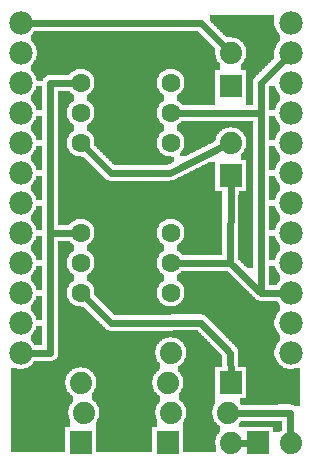
<source format=gtl>
G04 MADE WITH FRITZING*
G04 WWW.FRITZING.ORG*
G04 DOUBLE SIDED*
G04 HOLES PLATED*
G04 CONTOUR ON CENTER OF CONTOUR VECTOR*
%ASAXBY*%
%FSLAX23Y23*%
%MOIN*%
%OFA0B0*%
%SFA1.0B1.0*%
%ADD10C,0.075000*%
%ADD11C,0.078000*%
%ADD12C,0.074000*%
%ADD13C,0.063000*%
%ADD14C,0.024000*%
%ADD15R,0.001000X0.001000*%
%LNCOPPER1*%
G90*
G70*
G54D10*
X867Y1426D03*
X186Y1376D03*
X275Y875D03*
X668Y340D03*
G54D11*
X72Y1473D03*
X72Y1373D03*
X72Y1273D03*
X72Y1173D03*
X72Y1073D03*
X72Y973D03*
X72Y873D03*
X72Y773D03*
X72Y673D03*
X72Y573D03*
X72Y473D03*
X72Y373D03*
X972Y373D03*
X972Y473D03*
X972Y573D03*
X972Y673D03*
X972Y773D03*
X972Y873D03*
X972Y973D03*
X972Y1073D03*
X972Y1173D03*
X972Y1273D03*
X972Y1373D03*
X972Y1473D03*
G54D12*
X862Y73D03*
X972Y73D03*
X862Y73D03*
X972Y73D03*
X772Y1263D03*
X772Y1373D03*
X772Y1263D03*
X772Y1373D03*
X772Y963D03*
X772Y1073D03*
X772Y963D03*
X772Y1073D03*
X562Y73D03*
X572Y173D03*
X562Y273D03*
X572Y373D03*
X562Y73D03*
X572Y173D03*
X562Y273D03*
X572Y373D03*
X772Y273D03*
X762Y173D03*
X772Y73D03*
X772Y273D03*
X762Y173D03*
X772Y73D03*
X272Y73D03*
X282Y173D03*
X272Y273D03*
X272Y73D03*
X282Y173D03*
X272Y273D03*
G54D13*
X572Y1273D03*
X572Y1173D03*
X572Y1073D03*
X272Y1073D03*
X272Y1173D03*
X272Y1273D03*
X572Y1273D03*
X572Y1173D03*
X572Y1073D03*
X272Y1073D03*
X272Y1173D03*
X272Y1273D03*
X572Y1273D03*
X572Y1173D03*
X572Y1073D03*
X272Y1073D03*
X272Y1173D03*
X272Y1273D03*
X572Y773D03*
X572Y673D03*
X572Y573D03*
X272Y573D03*
X272Y673D03*
X272Y773D03*
X572Y773D03*
X572Y673D03*
X572Y573D03*
X272Y573D03*
X272Y673D03*
X272Y773D03*
X572Y773D03*
X572Y673D03*
X572Y573D03*
X272Y573D03*
X272Y673D03*
X272Y773D03*
G54D14*
X872Y1172D02*
X873Y573D01*
D02*
X771Y373D02*
X673Y473D01*
D02*
X971Y173D02*
X782Y173D01*
D02*
X971Y74D02*
X971Y173D01*
D02*
X960Y88D02*
X971Y74D01*
D02*
X842Y73D02*
X792Y73D01*
D02*
X673Y473D02*
X373Y473D01*
D02*
X571Y973D02*
X373Y972D01*
D02*
X754Y1064D02*
X571Y973D01*
D02*
X171Y1271D02*
X256Y1272D01*
D02*
X171Y772D02*
X171Y1271D01*
D02*
X171Y371D02*
X91Y372D01*
D02*
X171Y772D02*
X171Y371D01*
D02*
X256Y772D02*
X171Y772D01*
D02*
X373Y473D02*
X284Y561D01*
D02*
X772Y293D02*
X771Y373D01*
D02*
X873Y573D02*
X953Y573D01*
D02*
X771Y672D02*
X873Y573D01*
D02*
X771Y672D02*
X771Y672D01*
D02*
X588Y673D02*
X771Y672D01*
D02*
X872Y1172D02*
X588Y1173D01*
D02*
X872Y1272D02*
X872Y1172D01*
D02*
X959Y1359D02*
X872Y1272D01*
D02*
X672Y1473D02*
X758Y1387D01*
D02*
X91Y1473D02*
X672Y1473D01*
D02*
X373Y972D02*
X283Y1061D01*
D02*
X771Y672D02*
X772Y943D01*
G36*
X702Y1499D02*
X702Y1479D01*
X704Y1479D01*
X704Y1477D01*
X706Y1477D01*
X706Y1475D01*
X708Y1475D01*
X708Y1473D01*
X710Y1473D01*
X710Y1471D01*
X712Y1471D01*
X712Y1469D01*
X714Y1469D01*
X714Y1467D01*
X716Y1467D01*
X716Y1465D01*
X718Y1465D01*
X718Y1463D01*
X720Y1463D01*
X720Y1461D01*
X722Y1461D01*
X722Y1459D01*
X724Y1459D01*
X724Y1457D01*
X726Y1457D01*
X726Y1455D01*
X728Y1455D01*
X728Y1453D01*
X730Y1453D01*
X730Y1451D01*
X732Y1451D01*
X732Y1449D01*
X734Y1449D01*
X734Y1447D01*
X736Y1447D01*
X736Y1445D01*
X738Y1445D01*
X738Y1443D01*
X740Y1443D01*
X740Y1441D01*
X742Y1441D01*
X742Y1439D01*
X744Y1439D01*
X744Y1437D01*
X746Y1437D01*
X746Y1435D01*
X748Y1435D01*
X748Y1433D01*
X750Y1433D01*
X750Y1431D01*
X752Y1431D01*
X752Y1429D01*
X754Y1429D01*
X754Y1427D01*
X756Y1427D01*
X756Y1425D01*
X778Y1425D01*
X778Y1423D01*
X788Y1423D01*
X788Y1421D01*
X794Y1421D01*
X794Y1419D01*
X796Y1419D01*
X796Y1417D01*
X800Y1417D01*
X800Y1415D01*
X804Y1415D01*
X804Y1413D01*
X806Y1413D01*
X806Y1411D01*
X808Y1411D01*
X808Y1409D01*
X810Y1409D01*
X810Y1407D01*
X812Y1407D01*
X812Y1405D01*
X814Y1405D01*
X814Y1401D01*
X816Y1401D01*
X816Y1399D01*
X818Y1399D01*
X818Y1395D01*
X820Y1395D01*
X820Y1391D01*
X822Y1391D01*
X822Y1383D01*
X824Y1383D01*
X824Y1363D01*
X822Y1363D01*
X822Y1355D01*
X820Y1355D01*
X820Y1351D01*
X818Y1351D01*
X818Y1347D01*
X816Y1347D01*
X816Y1343D01*
X814Y1343D01*
X814Y1341D01*
X812Y1341D01*
X812Y1339D01*
X810Y1339D01*
X810Y1335D01*
X806Y1335D01*
X806Y1315D01*
X824Y1315D01*
X824Y1199D01*
X846Y1199D01*
X846Y1281D01*
X848Y1281D01*
X848Y1285D01*
X850Y1285D01*
X850Y1289D01*
X852Y1289D01*
X852Y1291D01*
X854Y1291D01*
X854Y1293D01*
X856Y1293D01*
X856Y1295D01*
X858Y1295D01*
X858Y1297D01*
X860Y1297D01*
X860Y1299D01*
X862Y1299D01*
X862Y1301D01*
X864Y1301D01*
X864Y1303D01*
X866Y1303D01*
X866Y1305D01*
X868Y1305D01*
X868Y1307D01*
X870Y1307D01*
X870Y1309D01*
X872Y1309D01*
X872Y1311D01*
X874Y1311D01*
X874Y1313D01*
X876Y1313D01*
X876Y1315D01*
X878Y1315D01*
X878Y1317D01*
X880Y1317D01*
X880Y1319D01*
X882Y1319D01*
X882Y1321D01*
X884Y1321D01*
X884Y1323D01*
X886Y1323D01*
X886Y1325D01*
X888Y1325D01*
X888Y1327D01*
X890Y1327D01*
X890Y1329D01*
X892Y1329D01*
X892Y1331D01*
X894Y1331D01*
X894Y1333D01*
X896Y1333D01*
X896Y1335D01*
X898Y1335D01*
X898Y1337D01*
X900Y1337D01*
X900Y1339D01*
X902Y1339D01*
X902Y1341D01*
X904Y1341D01*
X904Y1343D01*
X906Y1343D01*
X906Y1345D01*
X908Y1345D01*
X908Y1347D01*
X910Y1347D01*
X910Y1349D01*
X912Y1349D01*
X912Y1351D01*
X914Y1351D01*
X914Y1353D01*
X916Y1353D01*
X916Y1355D01*
X918Y1355D01*
X918Y1381D01*
X920Y1381D01*
X920Y1389D01*
X922Y1389D01*
X922Y1395D01*
X924Y1395D01*
X924Y1399D01*
X926Y1399D01*
X926Y1401D01*
X928Y1401D01*
X928Y1405D01*
X930Y1405D01*
X930Y1407D01*
X932Y1407D01*
X932Y1409D01*
X934Y1409D01*
X934Y1411D01*
X936Y1411D01*
X936Y1433D01*
X934Y1433D01*
X934Y1435D01*
X932Y1435D01*
X932Y1437D01*
X930Y1437D01*
X930Y1441D01*
X928Y1441D01*
X928Y1443D01*
X926Y1443D01*
X926Y1447D01*
X924Y1447D01*
X924Y1451D01*
X922Y1451D01*
X922Y1455D01*
X920Y1455D01*
X920Y1463D01*
X918Y1463D01*
X918Y1499D01*
X702Y1499D01*
G37*
D02*
G36*
X118Y1445D02*
X118Y1443D01*
X116Y1443D01*
X116Y1441D01*
X114Y1441D01*
X114Y1437D01*
X112Y1437D01*
X112Y1435D01*
X110Y1435D01*
X110Y1433D01*
X108Y1433D01*
X108Y1411D01*
X110Y1411D01*
X110Y1409D01*
X112Y1409D01*
X112Y1407D01*
X114Y1407D01*
X114Y1405D01*
X116Y1405D01*
X116Y1403D01*
X118Y1403D01*
X118Y1399D01*
X120Y1399D01*
X120Y1395D01*
X122Y1395D01*
X122Y1391D01*
X124Y1391D01*
X124Y1383D01*
X126Y1383D01*
X126Y1361D01*
X124Y1361D01*
X124Y1355D01*
X122Y1355D01*
X122Y1349D01*
X120Y1349D01*
X120Y1347D01*
X118Y1347D01*
X118Y1343D01*
X116Y1343D01*
X116Y1341D01*
X114Y1341D01*
X114Y1337D01*
X112Y1337D01*
X112Y1335D01*
X110Y1335D01*
X110Y1333D01*
X108Y1333D01*
X108Y1319D01*
X580Y1319D01*
X580Y1317D01*
X588Y1317D01*
X588Y1315D01*
X592Y1315D01*
X592Y1313D01*
X596Y1313D01*
X596Y1311D01*
X600Y1311D01*
X600Y1309D01*
X602Y1309D01*
X602Y1307D01*
X604Y1307D01*
X604Y1305D01*
X606Y1305D01*
X606Y1303D01*
X608Y1303D01*
X608Y1301D01*
X610Y1301D01*
X610Y1297D01*
X612Y1297D01*
X612Y1295D01*
X614Y1295D01*
X614Y1291D01*
X616Y1291D01*
X616Y1283D01*
X618Y1283D01*
X618Y1261D01*
X616Y1261D01*
X616Y1255D01*
X614Y1255D01*
X614Y1251D01*
X612Y1251D01*
X612Y1247D01*
X610Y1247D01*
X610Y1245D01*
X608Y1245D01*
X608Y1243D01*
X606Y1243D01*
X606Y1239D01*
X604Y1239D01*
X604Y1237D01*
X600Y1237D01*
X600Y1235D01*
X598Y1235D01*
X598Y1233D01*
X594Y1233D01*
X594Y1213D01*
X596Y1213D01*
X596Y1211D01*
X600Y1211D01*
X600Y1209D01*
X602Y1209D01*
X602Y1207D01*
X604Y1207D01*
X604Y1205D01*
X606Y1205D01*
X606Y1203D01*
X608Y1203D01*
X608Y1201D01*
X610Y1201D01*
X610Y1199D01*
X720Y1199D01*
X720Y1315D01*
X738Y1315D01*
X738Y1335D01*
X736Y1335D01*
X736Y1337D01*
X734Y1337D01*
X734Y1339D01*
X732Y1339D01*
X732Y1341D01*
X730Y1341D01*
X730Y1343D01*
X728Y1343D01*
X728Y1347D01*
X726Y1347D01*
X726Y1351D01*
X724Y1351D01*
X724Y1355D01*
X722Y1355D01*
X722Y1365D01*
X720Y1365D01*
X720Y1387D01*
X718Y1387D01*
X718Y1389D01*
X716Y1389D01*
X716Y1391D01*
X714Y1391D01*
X714Y1393D01*
X712Y1393D01*
X712Y1395D01*
X710Y1395D01*
X710Y1397D01*
X708Y1397D01*
X708Y1399D01*
X706Y1399D01*
X706Y1401D01*
X704Y1401D01*
X704Y1403D01*
X702Y1403D01*
X702Y1405D01*
X700Y1405D01*
X700Y1407D01*
X698Y1407D01*
X698Y1409D01*
X696Y1409D01*
X696Y1411D01*
X694Y1411D01*
X694Y1413D01*
X692Y1413D01*
X692Y1415D01*
X690Y1415D01*
X690Y1417D01*
X688Y1417D01*
X688Y1419D01*
X686Y1419D01*
X686Y1421D01*
X684Y1421D01*
X684Y1423D01*
X682Y1423D01*
X682Y1425D01*
X680Y1425D01*
X680Y1427D01*
X678Y1427D01*
X678Y1429D01*
X676Y1429D01*
X676Y1431D01*
X674Y1431D01*
X674Y1433D01*
X672Y1433D01*
X672Y1435D01*
X670Y1435D01*
X670Y1437D01*
X668Y1437D01*
X668Y1439D01*
X666Y1439D01*
X666Y1441D01*
X664Y1441D01*
X664Y1443D01*
X662Y1443D01*
X662Y1445D01*
X118Y1445D01*
G37*
D02*
G36*
X108Y1319D02*
X108Y1311D01*
X110Y1311D01*
X110Y1309D01*
X112Y1309D01*
X112Y1307D01*
X114Y1307D01*
X114Y1305D01*
X116Y1305D01*
X116Y1303D01*
X118Y1303D01*
X118Y1299D01*
X120Y1299D01*
X120Y1295D01*
X122Y1295D01*
X122Y1291D01*
X124Y1291D01*
X124Y1283D01*
X126Y1283D01*
X126Y1279D01*
X146Y1279D01*
X146Y1283D01*
X148Y1283D01*
X148Y1287D01*
X150Y1287D01*
X150Y1289D01*
X152Y1289D01*
X152Y1291D01*
X154Y1291D01*
X154Y1293D01*
X156Y1293D01*
X156Y1295D01*
X160Y1295D01*
X160Y1297D01*
X168Y1297D01*
X168Y1299D01*
X234Y1299D01*
X234Y1301D01*
X236Y1301D01*
X236Y1303D01*
X238Y1303D01*
X238Y1305D01*
X240Y1305D01*
X240Y1307D01*
X242Y1307D01*
X242Y1309D01*
X246Y1309D01*
X246Y1311D01*
X248Y1311D01*
X248Y1313D01*
X252Y1313D01*
X252Y1315D01*
X256Y1315D01*
X256Y1317D01*
X264Y1317D01*
X264Y1319D01*
X108Y1319D01*
G37*
D02*
G36*
X280Y1319D02*
X280Y1317D01*
X288Y1317D01*
X288Y1315D01*
X292Y1315D01*
X292Y1313D01*
X296Y1313D01*
X296Y1311D01*
X300Y1311D01*
X300Y1309D01*
X302Y1309D01*
X302Y1307D01*
X304Y1307D01*
X304Y1305D01*
X306Y1305D01*
X306Y1303D01*
X308Y1303D01*
X308Y1301D01*
X310Y1301D01*
X310Y1297D01*
X312Y1297D01*
X312Y1295D01*
X314Y1295D01*
X314Y1291D01*
X316Y1291D01*
X316Y1283D01*
X318Y1283D01*
X318Y1261D01*
X316Y1261D01*
X316Y1255D01*
X314Y1255D01*
X314Y1251D01*
X312Y1251D01*
X312Y1247D01*
X310Y1247D01*
X310Y1245D01*
X308Y1245D01*
X308Y1243D01*
X306Y1243D01*
X306Y1239D01*
X304Y1239D01*
X304Y1237D01*
X300Y1237D01*
X300Y1235D01*
X298Y1235D01*
X298Y1233D01*
X294Y1233D01*
X294Y1213D01*
X296Y1213D01*
X296Y1211D01*
X300Y1211D01*
X300Y1209D01*
X302Y1209D01*
X302Y1207D01*
X304Y1207D01*
X304Y1205D01*
X306Y1205D01*
X306Y1203D01*
X308Y1203D01*
X308Y1201D01*
X310Y1201D01*
X310Y1197D01*
X312Y1197D01*
X312Y1195D01*
X314Y1195D01*
X314Y1191D01*
X316Y1191D01*
X316Y1183D01*
X318Y1183D01*
X318Y1161D01*
X316Y1161D01*
X316Y1155D01*
X314Y1155D01*
X314Y1151D01*
X312Y1151D01*
X312Y1147D01*
X310Y1147D01*
X310Y1145D01*
X308Y1145D01*
X308Y1143D01*
X306Y1143D01*
X306Y1139D01*
X304Y1139D01*
X304Y1137D01*
X300Y1137D01*
X300Y1135D01*
X298Y1135D01*
X298Y1133D01*
X294Y1133D01*
X294Y1113D01*
X296Y1113D01*
X296Y1111D01*
X300Y1111D01*
X300Y1109D01*
X302Y1109D01*
X302Y1107D01*
X304Y1107D01*
X304Y1105D01*
X306Y1105D01*
X306Y1103D01*
X308Y1103D01*
X308Y1101D01*
X310Y1101D01*
X310Y1097D01*
X312Y1097D01*
X312Y1095D01*
X314Y1095D01*
X314Y1091D01*
X316Y1091D01*
X316Y1083D01*
X318Y1083D01*
X318Y1063D01*
X320Y1063D01*
X320Y1061D01*
X322Y1061D01*
X322Y1059D01*
X324Y1059D01*
X324Y1057D01*
X326Y1057D01*
X326Y1055D01*
X328Y1055D01*
X328Y1053D01*
X330Y1053D01*
X330Y1051D01*
X332Y1051D01*
X332Y1049D01*
X334Y1049D01*
X334Y1047D01*
X336Y1047D01*
X336Y1045D01*
X338Y1045D01*
X338Y1043D01*
X340Y1043D01*
X340Y1041D01*
X342Y1041D01*
X342Y1039D01*
X344Y1039D01*
X344Y1037D01*
X346Y1037D01*
X346Y1035D01*
X348Y1035D01*
X348Y1033D01*
X350Y1033D01*
X350Y1031D01*
X352Y1031D01*
X352Y1029D01*
X354Y1029D01*
X354Y1027D01*
X356Y1027D01*
X356Y1025D01*
X358Y1025D01*
X358Y1023D01*
X360Y1023D01*
X360Y1021D01*
X362Y1021D01*
X362Y1019D01*
X364Y1019D01*
X364Y1017D01*
X366Y1017D01*
X366Y1015D01*
X368Y1015D01*
X368Y1013D01*
X370Y1013D01*
X370Y1011D01*
X372Y1011D01*
X372Y1009D01*
X374Y1009D01*
X374Y1007D01*
X376Y1007D01*
X376Y1005D01*
X378Y1005D01*
X378Y1003D01*
X380Y1003D01*
X380Y1001D01*
X382Y1001D01*
X382Y999D01*
X564Y999D01*
X564Y1001D01*
X568Y1001D01*
X568Y1003D01*
X572Y1003D01*
X572Y1005D01*
X576Y1005D01*
X576Y1007D01*
X582Y1007D01*
X582Y1025D01*
X572Y1025D01*
X572Y1027D01*
X560Y1027D01*
X560Y1029D01*
X554Y1029D01*
X554Y1031D01*
X550Y1031D01*
X550Y1033D01*
X546Y1033D01*
X546Y1035D01*
X544Y1035D01*
X544Y1037D01*
X542Y1037D01*
X542Y1039D01*
X538Y1039D01*
X538Y1043D01*
X536Y1043D01*
X536Y1045D01*
X534Y1045D01*
X534Y1047D01*
X532Y1047D01*
X532Y1051D01*
X530Y1051D01*
X530Y1055D01*
X528Y1055D01*
X528Y1063D01*
X526Y1063D01*
X526Y1083D01*
X528Y1083D01*
X528Y1089D01*
X530Y1089D01*
X530Y1093D01*
X532Y1093D01*
X532Y1097D01*
X534Y1097D01*
X534Y1101D01*
X536Y1101D01*
X536Y1103D01*
X538Y1103D01*
X538Y1105D01*
X540Y1105D01*
X540Y1107D01*
X542Y1107D01*
X542Y1109D01*
X546Y1109D01*
X546Y1111D01*
X548Y1111D01*
X548Y1113D01*
X550Y1113D01*
X550Y1133D01*
X546Y1133D01*
X546Y1135D01*
X544Y1135D01*
X544Y1137D01*
X542Y1137D01*
X542Y1139D01*
X538Y1139D01*
X538Y1143D01*
X536Y1143D01*
X536Y1145D01*
X534Y1145D01*
X534Y1147D01*
X532Y1147D01*
X532Y1151D01*
X530Y1151D01*
X530Y1155D01*
X528Y1155D01*
X528Y1163D01*
X526Y1163D01*
X526Y1183D01*
X528Y1183D01*
X528Y1189D01*
X530Y1189D01*
X530Y1193D01*
X532Y1193D01*
X532Y1197D01*
X534Y1197D01*
X534Y1201D01*
X536Y1201D01*
X536Y1203D01*
X538Y1203D01*
X538Y1205D01*
X540Y1205D01*
X540Y1207D01*
X542Y1207D01*
X542Y1209D01*
X546Y1209D01*
X546Y1211D01*
X548Y1211D01*
X548Y1213D01*
X550Y1213D01*
X550Y1233D01*
X546Y1233D01*
X546Y1235D01*
X544Y1235D01*
X544Y1237D01*
X542Y1237D01*
X542Y1239D01*
X538Y1239D01*
X538Y1243D01*
X536Y1243D01*
X536Y1245D01*
X534Y1245D01*
X534Y1247D01*
X532Y1247D01*
X532Y1251D01*
X530Y1251D01*
X530Y1255D01*
X528Y1255D01*
X528Y1263D01*
X526Y1263D01*
X526Y1283D01*
X528Y1283D01*
X528Y1289D01*
X530Y1289D01*
X530Y1293D01*
X532Y1293D01*
X532Y1297D01*
X534Y1297D01*
X534Y1301D01*
X536Y1301D01*
X536Y1303D01*
X538Y1303D01*
X538Y1305D01*
X540Y1305D01*
X540Y1307D01*
X542Y1307D01*
X542Y1309D01*
X546Y1309D01*
X546Y1311D01*
X548Y1311D01*
X548Y1313D01*
X552Y1313D01*
X552Y1315D01*
X556Y1315D01*
X556Y1317D01*
X564Y1317D01*
X564Y1319D01*
X280Y1319D01*
G37*
D02*
G36*
X900Y1263D02*
X900Y1181D01*
X920Y1181D01*
X920Y1189D01*
X922Y1189D01*
X922Y1195D01*
X924Y1195D01*
X924Y1199D01*
X926Y1199D01*
X926Y1201D01*
X928Y1201D01*
X928Y1205D01*
X930Y1205D01*
X930Y1207D01*
X932Y1207D01*
X932Y1209D01*
X934Y1209D01*
X934Y1211D01*
X936Y1211D01*
X936Y1233D01*
X934Y1233D01*
X934Y1235D01*
X932Y1235D01*
X932Y1237D01*
X930Y1237D01*
X930Y1241D01*
X928Y1241D01*
X928Y1243D01*
X926Y1243D01*
X926Y1247D01*
X924Y1247D01*
X924Y1251D01*
X922Y1251D01*
X922Y1255D01*
X920Y1255D01*
X920Y1263D01*
X900Y1263D01*
G37*
D02*
G36*
X124Y1261D02*
X124Y1255D01*
X122Y1255D01*
X122Y1249D01*
X120Y1249D01*
X120Y1247D01*
X118Y1247D01*
X118Y1243D01*
X116Y1243D01*
X116Y1241D01*
X114Y1241D01*
X114Y1237D01*
X112Y1237D01*
X112Y1235D01*
X110Y1235D01*
X110Y1233D01*
X108Y1233D01*
X108Y1211D01*
X110Y1211D01*
X110Y1209D01*
X112Y1209D01*
X112Y1207D01*
X114Y1207D01*
X114Y1205D01*
X116Y1205D01*
X116Y1203D01*
X118Y1203D01*
X118Y1199D01*
X120Y1199D01*
X120Y1195D01*
X122Y1195D01*
X122Y1191D01*
X124Y1191D01*
X124Y1183D01*
X144Y1183D01*
X144Y1261D01*
X124Y1261D01*
G37*
D02*
G36*
X198Y1245D02*
X198Y945D01*
X366Y945D01*
X366Y947D01*
X360Y947D01*
X360Y949D01*
X358Y949D01*
X358Y951D01*
X354Y951D01*
X354Y953D01*
X352Y953D01*
X352Y955D01*
X350Y955D01*
X350Y957D01*
X348Y957D01*
X348Y959D01*
X346Y959D01*
X346Y961D01*
X344Y961D01*
X344Y963D01*
X342Y963D01*
X342Y965D01*
X340Y965D01*
X340Y967D01*
X338Y967D01*
X338Y969D01*
X336Y969D01*
X336Y971D01*
X334Y971D01*
X334Y973D01*
X332Y973D01*
X332Y975D01*
X330Y975D01*
X330Y977D01*
X328Y977D01*
X328Y979D01*
X326Y979D01*
X326Y981D01*
X324Y981D01*
X324Y983D01*
X322Y983D01*
X322Y985D01*
X320Y985D01*
X320Y987D01*
X318Y987D01*
X318Y989D01*
X316Y989D01*
X316Y991D01*
X314Y991D01*
X314Y993D01*
X312Y993D01*
X312Y995D01*
X310Y995D01*
X310Y997D01*
X308Y997D01*
X308Y999D01*
X306Y999D01*
X306Y1001D01*
X304Y1001D01*
X304Y1003D01*
X302Y1003D01*
X302Y1005D01*
X300Y1005D01*
X300Y1007D01*
X298Y1007D01*
X298Y1009D01*
X296Y1009D01*
X296Y1011D01*
X294Y1011D01*
X294Y1013D01*
X292Y1013D01*
X292Y1015D01*
X290Y1015D01*
X290Y1017D01*
X288Y1017D01*
X288Y1019D01*
X286Y1019D01*
X286Y1021D01*
X284Y1021D01*
X284Y1023D01*
X282Y1023D01*
X282Y1025D01*
X272Y1025D01*
X272Y1027D01*
X260Y1027D01*
X260Y1029D01*
X254Y1029D01*
X254Y1031D01*
X250Y1031D01*
X250Y1033D01*
X246Y1033D01*
X246Y1035D01*
X244Y1035D01*
X244Y1037D01*
X242Y1037D01*
X242Y1039D01*
X238Y1039D01*
X238Y1043D01*
X236Y1043D01*
X236Y1045D01*
X234Y1045D01*
X234Y1047D01*
X232Y1047D01*
X232Y1051D01*
X230Y1051D01*
X230Y1055D01*
X228Y1055D01*
X228Y1063D01*
X226Y1063D01*
X226Y1083D01*
X228Y1083D01*
X228Y1089D01*
X230Y1089D01*
X230Y1093D01*
X232Y1093D01*
X232Y1097D01*
X234Y1097D01*
X234Y1101D01*
X236Y1101D01*
X236Y1103D01*
X238Y1103D01*
X238Y1105D01*
X240Y1105D01*
X240Y1107D01*
X242Y1107D01*
X242Y1109D01*
X246Y1109D01*
X246Y1111D01*
X248Y1111D01*
X248Y1113D01*
X250Y1113D01*
X250Y1133D01*
X246Y1133D01*
X246Y1135D01*
X244Y1135D01*
X244Y1137D01*
X242Y1137D01*
X242Y1139D01*
X238Y1139D01*
X238Y1143D01*
X236Y1143D01*
X236Y1145D01*
X234Y1145D01*
X234Y1147D01*
X232Y1147D01*
X232Y1151D01*
X230Y1151D01*
X230Y1155D01*
X228Y1155D01*
X228Y1163D01*
X226Y1163D01*
X226Y1183D01*
X228Y1183D01*
X228Y1189D01*
X230Y1189D01*
X230Y1193D01*
X232Y1193D01*
X232Y1197D01*
X234Y1197D01*
X234Y1201D01*
X236Y1201D01*
X236Y1203D01*
X238Y1203D01*
X238Y1205D01*
X240Y1205D01*
X240Y1207D01*
X242Y1207D01*
X242Y1209D01*
X246Y1209D01*
X246Y1211D01*
X248Y1211D01*
X248Y1213D01*
X250Y1213D01*
X250Y1233D01*
X246Y1233D01*
X246Y1235D01*
X244Y1235D01*
X244Y1237D01*
X242Y1237D01*
X242Y1239D01*
X238Y1239D01*
X238Y1243D01*
X236Y1243D01*
X236Y1245D01*
X198Y1245D01*
G37*
D02*
G36*
X698Y1007D02*
X698Y1005D01*
X694Y1005D01*
X694Y1003D01*
X690Y1003D01*
X690Y1001D01*
X686Y1001D01*
X686Y999D01*
X682Y999D01*
X682Y997D01*
X678Y997D01*
X678Y995D01*
X674Y995D01*
X674Y993D01*
X670Y993D01*
X670Y991D01*
X666Y991D01*
X666Y989D01*
X662Y989D01*
X662Y987D01*
X658Y987D01*
X658Y985D01*
X654Y985D01*
X654Y983D01*
X650Y983D01*
X650Y981D01*
X646Y981D01*
X646Y979D01*
X642Y979D01*
X642Y977D01*
X638Y977D01*
X638Y975D01*
X634Y975D01*
X634Y973D01*
X630Y973D01*
X630Y971D01*
X626Y971D01*
X626Y969D01*
X622Y969D01*
X622Y967D01*
X618Y967D01*
X618Y965D01*
X614Y965D01*
X614Y963D01*
X610Y963D01*
X610Y961D01*
X606Y961D01*
X606Y959D01*
X602Y959D01*
X602Y957D01*
X598Y957D01*
X598Y955D01*
X594Y955D01*
X594Y953D01*
X590Y953D01*
X590Y951D01*
X586Y951D01*
X586Y949D01*
X582Y949D01*
X582Y947D01*
X570Y947D01*
X570Y945D01*
X720Y945D01*
X720Y1007D01*
X698Y1007D01*
G37*
D02*
G36*
X198Y945D02*
X198Y943D01*
X720Y943D01*
X720Y945D01*
X198Y945D01*
G37*
D02*
G36*
X198Y945D02*
X198Y943D01*
X720Y943D01*
X720Y945D01*
X198Y945D01*
G37*
D02*
G36*
X198Y943D02*
X198Y819D01*
X580Y819D01*
X580Y817D01*
X588Y817D01*
X588Y815D01*
X592Y815D01*
X592Y813D01*
X596Y813D01*
X596Y811D01*
X600Y811D01*
X600Y809D01*
X602Y809D01*
X602Y807D01*
X604Y807D01*
X604Y805D01*
X606Y805D01*
X606Y803D01*
X608Y803D01*
X608Y801D01*
X610Y801D01*
X610Y797D01*
X612Y797D01*
X612Y795D01*
X614Y795D01*
X614Y791D01*
X616Y791D01*
X616Y783D01*
X618Y783D01*
X618Y761D01*
X616Y761D01*
X616Y755D01*
X614Y755D01*
X614Y751D01*
X612Y751D01*
X612Y747D01*
X610Y747D01*
X610Y745D01*
X608Y745D01*
X608Y743D01*
X606Y743D01*
X606Y739D01*
X604Y739D01*
X604Y737D01*
X600Y737D01*
X600Y735D01*
X598Y735D01*
X598Y733D01*
X594Y733D01*
X594Y713D01*
X596Y713D01*
X596Y711D01*
X600Y711D01*
X600Y709D01*
X602Y709D01*
X602Y707D01*
X604Y707D01*
X604Y705D01*
X606Y705D01*
X606Y703D01*
X608Y703D01*
X608Y701D01*
X610Y701D01*
X610Y699D01*
X744Y699D01*
X744Y911D01*
X720Y911D01*
X720Y943D01*
X198Y943D01*
G37*
D02*
G36*
X198Y819D02*
X198Y799D01*
X234Y799D01*
X234Y801D01*
X236Y801D01*
X236Y803D01*
X238Y803D01*
X238Y805D01*
X240Y805D01*
X240Y807D01*
X242Y807D01*
X242Y809D01*
X246Y809D01*
X246Y811D01*
X248Y811D01*
X248Y813D01*
X252Y813D01*
X252Y815D01*
X256Y815D01*
X256Y817D01*
X264Y817D01*
X264Y819D01*
X198Y819D01*
G37*
D02*
G36*
X280Y819D02*
X280Y817D01*
X288Y817D01*
X288Y815D01*
X292Y815D01*
X292Y813D01*
X296Y813D01*
X296Y811D01*
X300Y811D01*
X300Y809D01*
X302Y809D01*
X302Y807D01*
X304Y807D01*
X304Y805D01*
X306Y805D01*
X306Y803D01*
X308Y803D01*
X308Y801D01*
X310Y801D01*
X310Y797D01*
X312Y797D01*
X312Y795D01*
X314Y795D01*
X314Y791D01*
X316Y791D01*
X316Y783D01*
X318Y783D01*
X318Y761D01*
X316Y761D01*
X316Y755D01*
X314Y755D01*
X314Y751D01*
X312Y751D01*
X312Y747D01*
X310Y747D01*
X310Y745D01*
X308Y745D01*
X308Y741D01*
X306Y741D01*
X306Y739D01*
X304Y739D01*
X304Y737D01*
X300Y737D01*
X300Y735D01*
X298Y735D01*
X298Y733D01*
X294Y733D01*
X294Y713D01*
X296Y713D01*
X296Y711D01*
X300Y711D01*
X300Y709D01*
X302Y709D01*
X302Y707D01*
X304Y707D01*
X304Y705D01*
X306Y705D01*
X306Y703D01*
X308Y703D01*
X308Y701D01*
X310Y701D01*
X310Y697D01*
X312Y697D01*
X312Y695D01*
X314Y695D01*
X314Y691D01*
X316Y691D01*
X316Y683D01*
X318Y683D01*
X318Y661D01*
X316Y661D01*
X316Y655D01*
X314Y655D01*
X314Y651D01*
X312Y651D01*
X312Y647D01*
X310Y647D01*
X310Y645D01*
X308Y645D01*
X308Y641D01*
X306Y641D01*
X306Y639D01*
X304Y639D01*
X304Y637D01*
X300Y637D01*
X300Y635D01*
X298Y635D01*
X298Y633D01*
X294Y633D01*
X294Y613D01*
X296Y613D01*
X296Y611D01*
X300Y611D01*
X300Y609D01*
X302Y609D01*
X302Y607D01*
X304Y607D01*
X304Y605D01*
X306Y605D01*
X306Y603D01*
X308Y603D01*
X308Y601D01*
X310Y601D01*
X310Y597D01*
X312Y597D01*
X312Y595D01*
X314Y595D01*
X314Y591D01*
X316Y591D01*
X316Y583D01*
X318Y583D01*
X318Y565D01*
X320Y565D01*
X320Y563D01*
X322Y563D01*
X322Y561D01*
X324Y561D01*
X324Y559D01*
X326Y559D01*
X326Y557D01*
X328Y557D01*
X328Y555D01*
X330Y555D01*
X330Y553D01*
X332Y553D01*
X332Y551D01*
X334Y551D01*
X334Y549D01*
X336Y549D01*
X336Y547D01*
X338Y547D01*
X338Y545D01*
X340Y545D01*
X340Y543D01*
X342Y543D01*
X342Y541D01*
X344Y541D01*
X344Y539D01*
X346Y539D01*
X346Y537D01*
X348Y537D01*
X348Y535D01*
X350Y535D01*
X350Y533D01*
X352Y533D01*
X352Y531D01*
X354Y531D01*
X354Y529D01*
X356Y529D01*
X356Y527D01*
X358Y527D01*
X358Y525D01*
X572Y525D01*
X572Y527D01*
X560Y527D01*
X560Y529D01*
X554Y529D01*
X554Y531D01*
X550Y531D01*
X550Y533D01*
X546Y533D01*
X546Y535D01*
X544Y535D01*
X544Y537D01*
X542Y537D01*
X542Y539D01*
X538Y539D01*
X538Y543D01*
X536Y543D01*
X536Y545D01*
X534Y545D01*
X534Y547D01*
X532Y547D01*
X532Y551D01*
X530Y551D01*
X530Y555D01*
X528Y555D01*
X528Y563D01*
X526Y563D01*
X526Y583D01*
X528Y583D01*
X528Y589D01*
X530Y589D01*
X530Y593D01*
X532Y593D01*
X532Y597D01*
X534Y597D01*
X534Y601D01*
X536Y601D01*
X536Y603D01*
X538Y603D01*
X538Y605D01*
X540Y605D01*
X540Y607D01*
X542Y607D01*
X542Y609D01*
X546Y609D01*
X546Y611D01*
X548Y611D01*
X548Y613D01*
X550Y613D01*
X550Y633D01*
X546Y633D01*
X546Y635D01*
X544Y635D01*
X544Y637D01*
X542Y637D01*
X542Y639D01*
X538Y639D01*
X538Y643D01*
X536Y643D01*
X536Y645D01*
X534Y645D01*
X534Y647D01*
X532Y647D01*
X532Y651D01*
X530Y651D01*
X530Y655D01*
X528Y655D01*
X528Y663D01*
X526Y663D01*
X526Y683D01*
X528Y683D01*
X528Y689D01*
X530Y689D01*
X530Y693D01*
X532Y693D01*
X532Y697D01*
X534Y697D01*
X534Y701D01*
X536Y701D01*
X536Y703D01*
X538Y703D01*
X538Y705D01*
X540Y705D01*
X540Y707D01*
X542Y707D01*
X542Y709D01*
X546Y709D01*
X546Y711D01*
X548Y711D01*
X548Y713D01*
X550Y713D01*
X550Y733D01*
X546Y733D01*
X546Y735D01*
X544Y735D01*
X544Y737D01*
X542Y737D01*
X542Y739D01*
X538Y739D01*
X538Y743D01*
X536Y743D01*
X536Y745D01*
X534Y745D01*
X534Y747D01*
X532Y747D01*
X532Y751D01*
X530Y751D01*
X530Y755D01*
X528Y755D01*
X528Y763D01*
X526Y763D01*
X526Y783D01*
X528Y783D01*
X528Y789D01*
X530Y789D01*
X530Y793D01*
X532Y793D01*
X532Y797D01*
X534Y797D01*
X534Y801D01*
X536Y801D01*
X536Y803D01*
X538Y803D01*
X538Y805D01*
X540Y805D01*
X540Y807D01*
X542Y807D01*
X542Y809D01*
X546Y809D01*
X546Y811D01*
X548Y811D01*
X548Y813D01*
X552Y813D01*
X552Y815D01*
X556Y815D01*
X556Y817D01*
X564Y817D01*
X564Y819D01*
X280Y819D01*
G37*
D02*
G36*
X608Y645D02*
X608Y643D01*
X606Y643D01*
X606Y639D01*
X604Y639D01*
X604Y637D01*
X600Y637D01*
X600Y635D01*
X598Y635D01*
X598Y633D01*
X594Y633D01*
X594Y613D01*
X596Y613D01*
X596Y611D01*
X600Y611D01*
X600Y609D01*
X602Y609D01*
X602Y607D01*
X604Y607D01*
X604Y605D01*
X606Y605D01*
X606Y603D01*
X608Y603D01*
X608Y601D01*
X610Y601D01*
X610Y597D01*
X612Y597D01*
X612Y595D01*
X614Y595D01*
X614Y591D01*
X616Y591D01*
X616Y583D01*
X618Y583D01*
X618Y561D01*
X616Y561D01*
X616Y555D01*
X614Y555D01*
X614Y551D01*
X612Y551D01*
X612Y547D01*
X610Y547D01*
X610Y545D01*
X608Y545D01*
X608Y543D01*
X606Y543D01*
X606Y539D01*
X604Y539D01*
X604Y537D01*
X600Y537D01*
X600Y535D01*
X598Y535D01*
X598Y533D01*
X594Y533D01*
X594Y531D01*
X590Y531D01*
X590Y529D01*
X584Y529D01*
X584Y527D01*
X574Y527D01*
X574Y525D01*
X936Y525D01*
X936Y533D01*
X934Y533D01*
X934Y535D01*
X932Y535D01*
X932Y537D01*
X930Y537D01*
X930Y541D01*
X928Y541D01*
X928Y543D01*
X926Y543D01*
X926Y545D01*
X868Y545D01*
X868Y547D01*
X862Y547D01*
X862Y549D01*
X858Y549D01*
X858Y551D01*
X856Y551D01*
X856Y553D01*
X854Y553D01*
X854Y555D01*
X852Y555D01*
X852Y557D01*
X850Y557D01*
X850Y559D01*
X848Y559D01*
X848Y561D01*
X846Y561D01*
X846Y563D01*
X844Y563D01*
X844Y565D01*
X842Y565D01*
X842Y567D01*
X840Y567D01*
X840Y569D01*
X838Y569D01*
X838Y571D01*
X836Y571D01*
X836Y573D01*
X834Y573D01*
X834Y575D01*
X832Y575D01*
X832Y577D01*
X830Y577D01*
X830Y579D01*
X826Y579D01*
X826Y581D01*
X824Y581D01*
X824Y583D01*
X822Y583D01*
X822Y585D01*
X820Y585D01*
X820Y587D01*
X818Y587D01*
X818Y589D01*
X816Y589D01*
X816Y591D01*
X814Y591D01*
X814Y593D01*
X812Y593D01*
X812Y595D01*
X810Y595D01*
X810Y597D01*
X808Y597D01*
X808Y599D01*
X806Y599D01*
X806Y601D01*
X804Y601D01*
X804Y603D01*
X802Y603D01*
X802Y605D01*
X800Y605D01*
X800Y607D01*
X798Y607D01*
X798Y609D01*
X796Y609D01*
X796Y611D01*
X794Y611D01*
X794Y613D01*
X792Y613D01*
X792Y615D01*
X790Y615D01*
X790Y617D01*
X788Y617D01*
X788Y619D01*
X786Y619D01*
X786Y621D01*
X784Y621D01*
X784Y623D01*
X782Y623D01*
X782Y625D01*
X780Y625D01*
X780Y627D01*
X778Y627D01*
X778Y629D01*
X776Y629D01*
X776Y631D01*
X774Y631D01*
X774Y633D01*
X772Y633D01*
X772Y635D01*
X770Y635D01*
X770Y637D01*
X768Y637D01*
X768Y639D01*
X766Y639D01*
X766Y641D01*
X764Y641D01*
X764Y643D01*
X762Y643D01*
X762Y645D01*
X608Y645D01*
G37*
D02*
G36*
X360Y525D02*
X360Y523D01*
X936Y523D01*
X936Y525D01*
X360Y525D01*
G37*
D02*
G36*
X360Y525D02*
X360Y523D01*
X936Y523D01*
X936Y525D01*
X360Y525D01*
G37*
D02*
G36*
X362Y523D02*
X362Y521D01*
X364Y521D01*
X364Y519D01*
X366Y519D01*
X366Y517D01*
X368Y517D01*
X368Y515D01*
X370Y515D01*
X370Y513D01*
X372Y513D01*
X372Y511D01*
X374Y511D01*
X374Y509D01*
X376Y509D01*
X376Y507D01*
X378Y507D01*
X378Y505D01*
X380Y505D01*
X380Y503D01*
X382Y503D01*
X382Y501D01*
X676Y501D01*
X676Y499D01*
X684Y499D01*
X684Y497D01*
X688Y497D01*
X688Y495D01*
X690Y495D01*
X690Y493D01*
X692Y493D01*
X692Y491D01*
X694Y491D01*
X694Y489D01*
X696Y489D01*
X696Y487D01*
X698Y487D01*
X698Y485D01*
X700Y485D01*
X700Y483D01*
X702Y483D01*
X702Y481D01*
X704Y481D01*
X704Y479D01*
X706Y479D01*
X706Y477D01*
X708Y477D01*
X708Y475D01*
X710Y475D01*
X710Y473D01*
X712Y473D01*
X712Y471D01*
X714Y471D01*
X714Y469D01*
X716Y469D01*
X716Y467D01*
X718Y467D01*
X718Y465D01*
X720Y465D01*
X720Y463D01*
X722Y463D01*
X722Y461D01*
X724Y461D01*
X724Y459D01*
X726Y459D01*
X726Y457D01*
X728Y457D01*
X728Y455D01*
X730Y455D01*
X730Y453D01*
X732Y453D01*
X732Y451D01*
X734Y451D01*
X734Y449D01*
X736Y449D01*
X736Y447D01*
X738Y447D01*
X738Y445D01*
X740Y445D01*
X740Y443D01*
X742Y443D01*
X742Y441D01*
X744Y441D01*
X744Y439D01*
X746Y439D01*
X746Y437D01*
X748Y437D01*
X748Y435D01*
X750Y435D01*
X750Y433D01*
X752Y433D01*
X752Y431D01*
X754Y431D01*
X754Y429D01*
X756Y429D01*
X756Y425D01*
X758Y425D01*
X758Y423D01*
X760Y423D01*
X760Y421D01*
X762Y421D01*
X762Y419D01*
X764Y419D01*
X764Y417D01*
X766Y417D01*
X766Y415D01*
X768Y415D01*
X768Y413D01*
X770Y413D01*
X770Y411D01*
X772Y411D01*
X772Y409D01*
X774Y409D01*
X774Y407D01*
X776Y407D01*
X776Y405D01*
X778Y405D01*
X778Y403D01*
X780Y403D01*
X780Y401D01*
X782Y401D01*
X782Y399D01*
X784Y399D01*
X784Y397D01*
X786Y397D01*
X786Y395D01*
X788Y395D01*
X788Y393D01*
X790Y393D01*
X790Y391D01*
X792Y391D01*
X792Y389D01*
X794Y389D01*
X794Y385D01*
X796Y385D01*
X796Y381D01*
X798Y381D01*
X798Y325D01*
X824Y325D01*
X824Y319D01*
X960Y319D01*
X960Y321D01*
X952Y321D01*
X952Y323D01*
X948Y323D01*
X948Y325D01*
X946Y325D01*
X946Y327D01*
X942Y327D01*
X942Y329D01*
X940Y329D01*
X940Y331D01*
X936Y331D01*
X936Y333D01*
X934Y333D01*
X934Y335D01*
X932Y335D01*
X932Y337D01*
X930Y337D01*
X930Y341D01*
X928Y341D01*
X928Y343D01*
X926Y343D01*
X926Y347D01*
X924Y347D01*
X924Y351D01*
X922Y351D01*
X922Y355D01*
X920Y355D01*
X920Y363D01*
X918Y363D01*
X918Y381D01*
X920Y381D01*
X920Y389D01*
X922Y389D01*
X922Y395D01*
X924Y395D01*
X924Y399D01*
X926Y399D01*
X926Y401D01*
X928Y401D01*
X928Y405D01*
X930Y405D01*
X930Y407D01*
X932Y407D01*
X932Y409D01*
X934Y409D01*
X934Y411D01*
X936Y411D01*
X936Y433D01*
X934Y433D01*
X934Y435D01*
X932Y435D01*
X932Y437D01*
X930Y437D01*
X930Y441D01*
X928Y441D01*
X928Y443D01*
X926Y443D01*
X926Y447D01*
X924Y447D01*
X924Y451D01*
X922Y451D01*
X922Y455D01*
X920Y455D01*
X920Y463D01*
X918Y463D01*
X918Y481D01*
X920Y481D01*
X920Y489D01*
X922Y489D01*
X922Y495D01*
X924Y495D01*
X924Y499D01*
X926Y499D01*
X926Y501D01*
X928Y501D01*
X928Y505D01*
X930Y505D01*
X930Y507D01*
X932Y507D01*
X932Y509D01*
X934Y509D01*
X934Y511D01*
X936Y511D01*
X936Y523D01*
X362Y523D01*
G37*
D02*
G36*
X384Y501D02*
X384Y499D01*
X574Y499D01*
X574Y501D01*
X384Y501D01*
G37*
D02*
G36*
X984Y321D02*
X984Y319D01*
X1004Y319D01*
X1004Y321D01*
X984Y321D01*
G37*
D02*
G36*
X824Y319D02*
X824Y317D01*
X1004Y317D01*
X1004Y319D01*
X824Y319D01*
G37*
D02*
G36*
X824Y319D02*
X824Y317D01*
X1004Y317D01*
X1004Y319D01*
X824Y319D01*
G37*
D02*
G36*
X824Y317D02*
X824Y221D01*
X804Y221D01*
X804Y201D01*
X972Y201D01*
X972Y199D01*
X982Y199D01*
X982Y197D01*
X984Y197D01*
X984Y195D01*
X1004Y195D01*
X1004Y317D01*
X824Y317D01*
G37*
D02*
G36*
X806Y201D02*
X806Y199D01*
X930Y199D01*
X930Y201D01*
X806Y201D01*
G37*
D02*
G36*
X900Y1163D02*
X900Y1081D01*
X920Y1081D01*
X920Y1089D01*
X922Y1089D01*
X922Y1095D01*
X924Y1095D01*
X924Y1099D01*
X926Y1099D01*
X926Y1101D01*
X928Y1101D01*
X928Y1105D01*
X930Y1105D01*
X930Y1107D01*
X932Y1107D01*
X932Y1109D01*
X934Y1109D01*
X934Y1111D01*
X936Y1111D01*
X936Y1133D01*
X934Y1133D01*
X934Y1135D01*
X932Y1135D01*
X932Y1137D01*
X930Y1137D01*
X930Y1141D01*
X928Y1141D01*
X928Y1143D01*
X926Y1143D01*
X926Y1147D01*
X924Y1147D01*
X924Y1151D01*
X922Y1151D01*
X922Y1155D01*
X920Y1155D01*
X920Y1163D01*
X900Y1163D01*
G37*
D02*
G36*
X124Y1161D02*
X124Y1155D01*
X122Y1155D01*
X122Y1149D01*
X120Y1149D01*
X120Y1147D01*
X118Y1147D01*
X118Y1143D01*
X116Y1143D01*
X116Y1141D01*
X114Y1141D01*
X114Y1137D01*
X112Y1137D01*
X112Y1135D01*
X110Y1135D01*
X110Y1133D01*
X108Y1133D01*
X108Y1111D01*
X110Y1111D01*
X110Y1109D01*
X112Y1109D01*
X112Y1107D01*
X114Y1107D01*
X114Y1105D01*
X116Y1105D01*
X116Y1103D01*
X118Y1103D01*
X118Y1099D01*
X120Y1099D01*
X120Y1095D01*
X122Y1095D01*
X122Y1091D01*
X124Y1091D01*
X124Y1083D01*
X144Y1083D01*
X144Y1161D01*
X124Y1161D01*
G37*
D02*
G36*
X608Y1145D02*
X608Y1143D01*
X606Y1143D01*
X606Y1139D01*
X604Y1139D01*
X604Y1137D01*
X600Y1137D01*
X600Y1135D01*
X598Y1135D01*
X598Y1133D01*
X594Y1133D01*
X594Y1125D01*
X778Y1125D01*
X778Y1123D01*
X788Y1123D01*
X788Y1121D01*
X794Y1121D01*
X794Y1119D01*
X796Y1119D01*
X796Y1117D01*
X800Y1117D01*
X800Y1115D01*
X804Y1115D01*
X804Y1113D01*
X806Y1113D01*
X806Y1111D01*
X808Y1111D01*
X808Y1109D01*
X810Y1109D01*
X810Y1107D01*
X812Y1107D01*
X812Y1105D01*
X814Y1105D01*
X814Y1101D01*
X816Y1101D01*
X816Y1099D01*
X818Y1099D01*
X818Y1095D01*
X820Y1095D01*
X820Y1091D01*
X822Y1091D01*
X822Y1083D01*
X824Y1083D01*
X824Y1063D01*
X822Y1063D01*
X822Y1055D01*
X820Y1055D01*
X820Y1051D01*
X818Y1051D01*
X818Y1047D01*
X816Y1047D01*
X816Y1043D01*
X814Y1043D01*
X814Y1041D01*
X812Y1041D01*
X812Y1039D01*
X810Y1039D01*
X810Y1035D01*
X806Y1035D01*
X806Y1015D01*
X824Y1015D01*
X824Y911D01*
X800Y911D01*
X800Y899D01*
X798Y899D01*
X798Y683D01*
X800Y683D01*
X800Y681D01*
X802Y681D01*
X802Y679D01*
X804Y679D01*
X804Y677D01*
X806Y677D01*
X806Y675D01*
X808Y675D01*
X808Y673D01*
X810Y673D01*
X810Y671D01*
X812Y671D01*
X812Y669D01*
X814Y669D01*
X814Y667D01*
X816Y667D01*
X816Y665D01*
X818Y665D01*
X818Y663D01*
X820Y663D01*
X820Y661D01*
X822Y661D01*
X822Y659D01*
X824Y659D01*
X824Y657D01*
X826Y657D01*
X826Y655D01*
X846Y655D01*
X846Y1145D01*
X608Y1145D01*
G37*
D02*
G36*
X594Y1125D02*
X594Y1113D01*
X596Y1113D01*
X596Y1111D01*
X600Y1111D01*
X600Y1109D01*
X602Y1109D01*
X602Y1107D01*
X604Y1107D01*
X604Y1105D01*
X606Y1105D01*
X606Y1103D01*
X608Y1103D01*
X608Y1101D01*
X610Y1101D01*
X610Y1097D01*
X612Y1097D01*
X612Y1095D01*
X614Y1095D01*
X614Y1091D01*
X616Y1091D01*
X616Y1083D01*
X618Y1083D01*
X618Y1061D01*
X616Y1061D01*
X616Y1055D01*
X614Y1055D01*
X614Y1051D01*
X612Y1051D01*
X612Y1047D01*
X610Y1047D01*
X610Y1045D01*
X608Y1045D01*
X608Y1043D01*
X606Y1043D01*
X606Y1039D01*
X604Y1039D01*
X604Y1029D01*
X626Y1029D01*
X626Y1031D01*
X630Y1031D01*
X630Y1033D01*
X634Y1033D01*
X634Y1035D01*
X638Y1035D01*
X638Y1037D01*
X642Y1037D01*
X642Y1039D01*
X646Y1039D01*
X646Y1041D01*
X650Y1041D01*
X650Y1043D01*
X654Y1043D01*
X654Y1045D01*
X658Y1045D01*
X658Y1047D01*
X662Y1047D01*
X662Y1049D01*
X666Y1049D01*
X666Y1051D01*
X670Y1051D01*
X670Y1053D01*
X674Y1053D01*
X674Y1055D01*
X678Y1055D01*
X678Y1057D01*
X682Y1057D01*
X682Y1059D01*
X686Y1059D01*
X686Y1061D01*
X690Y1061D01*
X690Y1063D01*
X694Y1063D01*
X694Y1065D01*
X698Y1065D01*
X698Y1067D01*
X702Y1067D01*
X702Y1069D01*
X706Y1069D01*
X706Y1071D01*
X710Y1071D01*
X710Y1073D01*
X714Y1073D01*
X714Y1075D01*
X718Y1075D01*
X718Y1077D01*
X720Y1077D01*
X720Y1081D01*
X722Y1081D01*
X722Y1089D01*
X724Y1089D01*
X724Y1095D01*
X726Y1095D01*
X726Y1097D01*
X728Y1097D01*
X728Y1101D01*
X730Y1101D01*
X730Y1103D01*
X732Y1103D01*
X732Y1107D01*
X734Y1107D01*
X734Y1109D01*
X736Y1109D01*
X736Y1111D01*
X738Y1111D01*
X738Y1113D01*
X742Y1113D01*
X742Y1115D01*
X744Y1115D01*
X744Y1117D01*
X748Y1117D01*
X748Y1119D01*
X752Y1119D01*
X752Y1121D01*
X756Y1121D01*
X756Y1123D01*
X766Y1123D01*
X766Y1125D01*
X594Y1125D01*
G37*
D02*
G36*
X900Y1063D02*
X900Y981D01*
X920Y981D01*
X920Y989D01*
X922Y989D01*
X922Y995D01*
X924Y995D01*
X924Y999D01*
X926Y999D01*
X926Y1001D01*
X928Y1001D01*
X928Y1005D01*
X930Y1005D01*
X930Y1007D01*
X932Y1007D01*
X932Y1009D01*
X934Y1009D01*
X934Y1011D01*
X936Y1011D01*
X936Y1033D01*
X934Y1033D01*
X934Y1035D01*
X932Y1035D01*
X932Y1037D01*
X930Y1037D01*
X930Y1041D01*
X928Y1041D01*
X928Y1043D01*
X926Y1043D01*
X926Y1047D01*
X924Y1047D01*
X924Y1051D01*
X922Y1051D01*
X922Y1055D01*
X920Y1055D01*
X920Y1063D01*
X900Y1063D01*
G37*
D02*
G36*
X124Y1061D02*
X124Y1055D01*
X122Y1055D01*
X122Y1049D01*
X120Y1049D01*
X120Y1047D01*
X118Y1047D01*
X118Y1043D01*
X116Y1043D01*
X116Y1041D01*
X114Y1041D01*
X114Y1037D01*
X112Y1037D01*
X112Y1035D01*
X110Y1035D01*
X110Y1033D01*
X108Y1033D01*
X108Y1011D01*
X110Y1011D01*
X110Y1009D01*
X112Y1009D01*
X112Y1007D01*
X114Y1007D01*
X114Y1005D01*
X116Y1005D01*
X116Y1003D01*
X118Y1003D01*
X118Y999D01*
X120Y999D01*
X120Y995D01*
X122Y995D01*
X122Y991D01*
X124Y991D01*
X124Y983D01*
X144Y983D01*
X144Y1061D01*
X124Y1061D01*
G37*
D02*
G36*
X900Y963D02*
X900Y881D01*
X920Y881D01*
X920Y889D01*
X922Y889D01*
X922Y895D01*
X924Y895D01*
X924Y899D01*
X926Y899D01*
X926Y901D01*
X928Y901D01*
X928Y905D01*
X930Y905D01*
X930Y907D01*
X932Y907D01*
X932Y909D01*
X934Y909D01*
X934Y911D01*
X936Y911D01*
X936Y933D01*
X934Y933D01*
X934Y935D01*
X932Y935D01*
X932Y937D01*
X930Y937D01*
X930Y941D01*
X928Y941D01*
X928Y943D01*
X926Y943D01*
X926Y947D01*
X924Y947D01*
X924Y951D01*
X922Y951D01*
X922Y955D01*
X920Y955D01*
X920Y963D01*
X900Y963D01*
G37*
D02*
G36*
X124Y961D02*
X124Y955D01*
X122Y955D01*
X122Y949D01*
X120Y949D01*
X120Y947D01*
X118Y947D01*
X118Y943D01*
X116Y943D01*
X116Y941D01*
X114Y941D01*
X114Y937D01*
X112Y937D01*
X112Y935D01*
X110Y935D01*
X110Y933D01*
X108Y933D01*
X108Y911D01*
X110Y911D01*
X110Y909D01*
X112Y909D01*
X112Y907D01*
X114Y907D01*
X114Y905D01*
X116Y905D01*
X116Y903D01*
X118Y903D01*
X118Y899D01*
X120Y899D01*
X120Y895D01*
X122Y895D01*
X122Y891D01*
X124Y891D01*
X124Y883D01*
X144Y883D01*
X144Y961D01*
X124Y961D01*
G37*
D02*
G36*
X900Y863D02*
X900Y781D01*
X920Y781D01*
X920Y789D01*
X922Y789D01*
X922Y795D01*
X924Y795D01*
X924Y799D01*
X926Y799D01*
X926Y801D01*
X928Y801D01*
X928Y805D01*
X930Y805D01*
X930Y807D01*
X932Y807D01*
X932Y809D01*
X934Y809D01*
X934Y811D01*
X936Y811D01*
X936Y833D01*
X934Y833D01*
X934Y835D01*
X932Y835D01*
X932Y837D01*
X930Y837D01*
X930Y841D01*
X928Y841D01*
X928Y843D01*
X926Y843D01*
X926Y847D01*
X924Y847D01*
X924Y851D01*
X922Y851D01*
X922Y855D01*
X920Y855D01*
X920Y863D01*
X900Y863D01*
G37*
D02*
G36*
X124Y861D02*
X124Y855D01*
X122Y855D01*
X122Y849D01*
X120Y849D01*
X120Y847D01*
X118Y847D01*
X118Y843D01*
X116Y843D01*
X116Y841D01*
X114Y841D01*
X114Y837D01*
X112Y837D01*
X112Y835D01*
X110Y835D01*
X110Y833D01*
X108Y833D01*
X108Y811D01*
X110Y811D01*
X110Y809D01*
X112Y809D01*
X112Y807D01*
X114Y807D01*
X114Y805D01*
X116Y805D01*
X116Y803D01*
X118Y803D01*
X118Y799D01*
X120Y799D01*
X120Y795D01*
X122Y795D01*
X122Y791D01*
X124Y791D01*
X124Y783D01*
X144Y783D01*
X144Y861D01*
X124Y861D01*
G37*
D02*
G36*
X900Y763D02*
X900Y681D01*
X920Y681D01*
X920Y689D01*
X922Y689D01*
X922Y695D01*
X924Y695D01*
X924Y699D01*
X926Y699D01*
X926Y701D01*
X928Y701D01*
X928Y705D01*
X930Y705D01*
X930Y707D01*
X932Y707D01*
X932Y709D01*
X934Y709D01*
X934Y711D01*
X936Y711D01*
X936Y733D01*
X934Y733D01*
X934Y735D01*
X932Y735D01*
X932Y737D01*
X930Y737D01*
X930Y741D01*
X928Y741D01*
X928Y743D01*
X926Y743D01*
X926Y747D01*
X924Y747D01*
X924Y751D01*
X922Y751D01*
X922Y755D01*
X920Y755D01*
X920Y763D01*
X900Y763D01*
G37*
D02*
G36*
X124Y761D02*
X124Y755D01*
X122Y755D01*
X122Y749D01*
X120Y749D01*
X120Y747D01*
X118Y747D01*
X118Y743D01*
X116Y743D01*
X116Y741D01*
X114Y741D01*
X114Y737D01*
X112Y737D01*
X112Y735D01*
X110Y735D01*
X110Y733D01*
X108Y733D01*
X108Y711D01*
X110Y711D01*
X110Y709D01*
X112Y709D01*
X112Y707D01*
X114Y707D01*
X114Y705D01*
X116Y705D01*
X116Y703D01*
X118Y703D01*
X118Y699D01*
X120Y699D01*
X120Y695D01*
X122Y695D01*
X122Y691D01*
X124Y691D01*
X124Y683D01*
X144Y683D01*
X144Y761D01*
X124Y761D01*
G37*
D02*
G36*
X900Y663D02*
X900Y599D01*
X926Y599D01*
X926Y601D01*
X928Y601D01*
X928Y605D01*
X930Y605D01*
X930Y607D01*
X932Y607D01*
X932Y609D01*
X934Y609D01*
X934Y611D01*
X936Y611D01*
X936Y633D01*
X934Y633D01*
X934Y635D01*
X932Y635D01*
X932Y637D01*
X930Y637D01*
X930Y641D01*
X928Y641D01*
X928Y643D01*
X926Y643D01*
X926Y647D01*
X924Y647D01*
X924Y651D01*
X922Y651D01*
X922Y655D01*
X920Y655D01*
X920Y663D01*
X900Y663D01*
G37*
D02*
G36*
X124Y661D02*
X124Y655D01*
X122Y655D01*
X122Y649D01*
X120Y649D01*
X120Y647D01*
X118Y647D01*
X118Y643D01*
X116Y643D01*
X116Y641D01*
X114Y641D01*
X114Y637D01*
X112Y637D01*
X112Y635D01*
X110Y635D01*
X110Y633D01*
X108Y633D01*
X108Y611D01*
X110Y611D01*
X110Y609D01*
X112Y609D01*
X112Y607D01*
X114Y607D01*
X114Y605D01*
X116Y605D01*
X116Y603D01*
X118Y603D01*
X118Y599D01*
X120Y599D01*
X120Y595D01*
X122Y595D01*
X122Y591D01*
X124Y591D01*
X124Y583D01*
X144Y583D01*
X144Y661D01*
X124Y661D01*
G37*
D02*
G36*
X124Y561D02*
X124Y555D01*
X122Y555D01*
X122Y549D01*
X120Y549D01*
X120Y547D01*
X118Y547D01*
X118Y543D01*
X116Y543D01*
X116Y541D01*
X114Y541D01*
X114Y537D01*
X112Y537D01*
X112Y535D01*
X110Y535D01*
X110Y533D01*
X108Y533D01*
X108Y511D01*
X110Y511D01*
X110Y509D01*
X112Y509D01*
X112Y507D01*
X114Y507D01*
X114Y505D01*
X116Y505D01*
X116Y503D01*
X118Y503D01*
X118Y499D01*
X120Y499D01*
X120Y495D01*
X122Y495D01*
X122Y491D01*
X124Y491D01*
X124Y483D01*
X144Y483D01*
X144Y561D01*
X124Y561D01*
G37*
D02*
G36*
X124Y461D02*
X124Y455D01*
X122Y455D01*
X122Y449D01*
X120Y449D01*
X120Y447D01*
X118Y447D01*
X118Y443D01*
X116Y443D01*
X116Y441D01*
X114Y441D01*
X114Y437D01*
X112Y437D01*
X112Y435D01*
X110Y435D01*
X110Y433D01*
X108Y433D01*
X108Y411D01*
X110Y411D01*
X110Y409D01*
X112Y409D01*
X112Y407D01*
X114Y407D01*
X114Y405D01*
X116Y405D01*
X116Y403D01*
X118Y403D01*
X118Y399D01*
X144Y399D01*
X144Y461D01*
X124Y461D01*
G37*
D02*
G36*
X198Y745D02*
X198Y445D01*
X368Y445D01*
X368Y447D01*
X362Y447D01*
X362Y449D01*
X358Y449D01*
X358Y451D01*
X356Y451D01*
X356Y453D01*
X354Y453D01*
X354Y455D01*
X352Y455D01*
X352Y457D01*
X350Y457D01*
X350Y459D01*
X348Y459D01*
X348Y461D01*
X346Y461D01*
X346Y463D01*
X344Y463D01*
X344Y465D01*
X342Y465D01*
X342Y467D01*
X340Y467D01*
X340Y469D01*
X338Y469D01*
X338Y471D01*
X336Y471D01*
X336Y473D01*
X334Y473D01*
X334Y475D01*
X332Y475D01*
X332Y477D01*
X330Y477D01*
X330Y479D01*
X328Y479D01*
X328Y481D01*
X326Y481D01*
X326Y483D01*
X322Y483D01*
X322Y485D01*
X320Y485D01*
X320Y487D01*
X318Y487D01*
X318Y489D01*
X316Y489D01*
X316Y491D01*
X314Y491D01*
X314Y493D01*
X312Y493D01*
X312Y495D01*
X310Y495D01*
X310Y497D01*
X308Y497D01*
X308Y499D01*
X306Y499D01*
X306Y501D01*
X304Y501D01*
X304Y503D01*
X302Y503D01*
X302Y505D01*
X300Y505D01*
X300Y507D01*
X298Y507D01*
X298Y509D01*
X296Y509D01*
X296Y511D01*
X294Y511D01*
X294Y513D01*
X292Y513D01*
X292Y515D01*
X290Y515D01*
X290Y517D01*
X288Y517D01*
X288Y519D01*
X286Y519D01*
X286Y521D01*
X284Y521D01*
X284Y523D01*
X282Y523D01*
X282Y525D01*
X272Y525D01*
X272Y527D01*
X260Y527D01*
X260Y529D01*
X254Y529D01*
X254Y531D01*
X250Y531D01*
X250Y533D01*
X246Y533D01*
X246Y535D01*
X244Y535D01*
X244Y537D01*
X242Y537D01*
X242Y539D01*
X238Y539D01*
X238Y543D01*
X236Y543D01*
X236Y545D01*
X234Y545D01*
X234Y547D01*
X232Y547D01*
X232Y551D01*
X230Y551D01*
X230Y555D01*
X228Y555D01*
X228Y563D01*
X226Y563D01*
X226Y583D01*
X228Y583D01*
X228Y589D01*
X230Y589D01*
X230Y593D01*
X232Y593D01*
X232Y597D01*
X234Y597D01*
X234Y601D01*
X236Y601D01*
X236Y603D01*
X238Y603D01*
X238Y605D01*
X240Y605D01*
X240Y607D01*
X242Y607D01*
X242Y609D01*
X246Y609D01*
X246Y611D01*
X248Y611D01*
X248Y613D01*
X250Y613D01*
X250Y633D01*
X246Y633D01*
X246Y635D01*
X244Y635D01*
X244Y637D01*
X242Y637D01*
X242Y639D01*
X238Y639D01*
X238Y643D01*
X236Y643D01*
X236Y645D01*
X234Y645D01*
X234Y647D01*
X232Y647D01*
X232Y651D01*
X230Y651D01*
X230Y655D01*
X228Y655D01*
X228Y663D01*
X226Y663D01*
X226Y683D01*
X228Y683D01*
X228Y689D01*
X230Y689D01*
X230Y693D01*
X232Y693D01*
X232Y697D01*
X234Y697D01*
X234Y701D01*
X236Y701D01*
X236Y703D01*
X238Y703D01*
X238Y705D01*
X240Y705D01*
X240Y707D01*
X242Y707D01*
X242Y709D01*
X246Y709D01*
X246Y711D01*
X248Y711D01*
X248Y713D01*
X250Y713D01*
X250Y733D01*
X246Y733D01*
X246Y735D01*
X244Y735D01*
X244Y737D01*
X242Y737D01*
X242Y739D01*
X238Y739D01*
X238Y743D01*
X236Y743D01*
X236Y745D01*
X198Y745D01*
G37*
D02*
G36*
X580Y447D02*
X580Y445D01*
X662Y445D01*
X662Y447D01*
X580Y447D01*
G37*
D02*
G36*
X198Y445D02*
X198Y443D01*
X664Y443D01*
X664Y445D01*
X198Y445D01*
G37*
D02*
G36*
X198Y445D02*
X198Y443D01*
X664Y443D01*
X664Y445D01*
X198Y445D01*
G37*
D02*
G36*
X198Y443D02*
X198Y425D01*
X578Y425D01*
X578Y423D01*
X588Y423D01*
X588Y421D01*
X594Y421D01*
X594Y419D01*
X596Y419D01*
X596Y417D01*
X600Y417D01*
X600Y415D01*
X604Y415D01*
X604Y413D01*
X606Y413D01*
X606Y411D01*
X608Y411D01*
X608Y409D01*
X610Y409D01*
X610Y407D01*
X612Y407D01*
X612Y405D01*
X614Y405D01*
X614Y401D01*
X616Y401D01*
X616Y399D01*
X618Y399D01*
X618Y395D01*
X620Y395D01*
X620Y391D01*
X622Y391D01*
X622Y383D01*
X624Y383D01*
X624Y363D01*
X622Y363D01*
X622Y355D01*
X620Y355D01*
X620Y351D01*
X618Y351D01*
X618Y347D01*
X616Y347D01*
X616Y343D01*
X614Y343D01*
X614Y341D01*
X612Y341D01*
X612Y339D01*
X610Y339D01*
X610Y335D01*
X606Y335D01*
X606Y333D01*
X604Y333D01*
X604Y331D01*
X602Y331D01*
X602Y329D01*
X598Y329D01*
X598Y309D01*
X600Y309D01*
X600Y307D01*
X602Y307D01*
X602Y305D01*
X604Y305D01*
X604Y301D01*
X606Y301D01*
X606Y299D01*
X608Y299D01*
X608Y295D01*
X610Y295D01*
X610Y291D01*
X612Y291D01*
X612Y283D01*
X614Y283D01*
X614Y263D01*
X612Y263D01*
X612Y255D01*
X610Y255D01*
X610Y251D01*
X608Y251D01*
X608Y247D01*
X606Y247D01*
X606Y243D01*
X604Y243D01*
X604Y241D01*
X602Y241D01*
X602Y239D01*
X600Y239D01*
X600Y215D01*
X604Y215D01*
X604Y213D01*
X606Y213D01*
X606Y211D01*
X608Y211D01*
X608Y209D01*
X610Y209D01*
X610Y207D01*
X612Y207D01*
X612Y205D01*
X614Y205D01*
X614Y201D01*
X616Y201D01*
X616Y199D01*
X618Y199D01*
X618Y195D01*
X620Y195D01*
X620Y191D01*
X622Y191D01*
X622Y183D01*
X624Y183D01*
X624Y163D01*
X622Y163D01*
X622Y155D01*
X620Y155D01*
X620Y151D01*
X618Y151D01*
X618Y147D01*
X616Y147D01*
X616Y143D01*
X614Y143D01*
X614Y41D01*
X722Y41D01*
X722Y65D01*
X720Y65D01*
X720Y81D01*
X722Y81D01*
X722Y89D01*
X724Y89D01*
X724Y95D01*
X726Y95D01*
X726Y97D01*
X728Y97D01*
X728Y101D01*
X730Y101D01*
X730Y103D01*
X732Y103D01*
X732Y107D01*
X734Y107D01*
X734Y109D01*
X736Y109D01*
X736Y129D01*
X732Y129D01*
X732Y131D01*
X730Y131D01*
X730Y133D01*
X728Y133D01*
X728Y135D01*
X726Y135D01*
X726Y137D01*
X724Y137D01*
X724Y139D01*
X722Y139D01*
X722Y141D01*
X720Y141D01*
X720Y143D01*
X718Y143D01*
X718Y147D01*
X716Y147D01*
X716Y151D01*
X714Y151D01*
X714Y155D01*
X712Y155D01*
X712Y165D01*
X710Y165D01*
X710Y181D01*
X712Y181D01*
X712Y189D01*
X714Y189D01*
X714Y195D01*
X716Y195D01*
X716Y197D01*
X718Y197D01*
X718Y201D01*
X720Y201D01*
X720Y325D01*
X744Y325D01*
X744Y363D01*
X742Y363D01*
X742Y365D01*
X740Y365D01*
X740Y367D01*
X738Y367D01*
X738Y369D01*
X736Y369D01*
X736Y371D01*
X734Y371D01*
X734Y373D01*
X732Y373D01*
X732Y375D01*
X730Y375D01*
X730Y377D01*
X728Y377D01*
X728Y379D01*
X726Y379D01*
X726Y381D01*
X724Y381D01*
X724Y383D01*
X722Y383D01*
X722Y385D01*
X720Y385D01*
X720Y387D01*
X718Y387D01*
X718Y389D01*
X716Y389D01*
X716Y391D01*
X714Y391D01*
X714Y393D01*
X712Y393D01*
X712Y395D01*
X710Y395D01*
X710Y397D01*
X708Y397D01*
X708Y399D01*
X706Y399D01*
X706Y401D01*
X704Y401D01*
X704Y405D01*
X702Y405D01*
X702Y407D01*
X700Y407D01*
X700Y409D01*
X698Y409D01*
X698Y411D01*
X696Y411D01*
X696Y413D01*
X694Y413D01*
X694Y415D01*
X692Y415D01*
X692Y417D01*
X690Y417D01*
X690Y419D01*
X688Y419D01*
X688Y421D01*
X686Y421D01*
X686Y423D01*
X684Y423D01*
X684Y425D01*
X682Y425D01*
X682Y427D01*
X680Y427D01*
X680Y429D01*
X678Y429D01*
X678Y431D01*
X676Y431D01*
X676Y433D01*
X674Y433D01*
X674Y435D01*
X672Y435D01*
X672Y437D01*
X670Y437D01*
X670Y439D01*
X668Y439D01*
X668Y441D01*
X666Y441D01*
X666Y443D01*
X198Y443D01*
G37*
D02*
G36*
X198Y425D02*
X198Y365D01*
X196Y365D01*
X196Y359D01*
X194Y359D01*
X194Y355D01*
X192Y355D01*
X192Y353D01*
X190Y353D01*
X190Y351D01*
X188Y351D01*
X188Y349D01*
X184Y349D01*
X184Y347D01*
X180Y347D01*
X180Y345D01*
X118Y345D01*
X118Y343D01*
X116Y343D01*
X116Y341D01*
X114Y341D01*
X114Y337D01*
X112Y337D01*
X112Y335D01*
X110Y335D01*
X110Y333D01*
X108Y333D01*
X108Y331D01*
X106Y331D01*
X106Y329D01*
X102Y329D01*
X102Y327D01*
X100Y327D01*
X100Y325D01*
X278Y325D01*
X278Y323D01*
X288Y323D01*
X288Y321D01*
X294Y321D01*
X294Y319D01*
X296Y319D01*
X296Y317D01*
X300Y317D01*
X300Y315D01*
X304Y315D01*
X304Y313D01*
X306Y313D01*
X306Y311D01*
X308Y311D01*
X308Y309D01*
X310Y309D01*
X310Y307D01*
X312Y307D01*
X312Y305D01*
X314Y305D01*
X314Y301D01*
X316Y301D01*
X316Y299D01*
X318Y299D01*
X318Y295D01*
X320Y295D01*
X320Y291D01*
X322Y291D01*
X322Y283D01*
X324Y283D01*
X324Y263D01*
X322Y263D01*
X322Y255D01*
X320Y255D01*
X320Y251D01*
X318Y251D01*
X318Y247D01*
X316Y247D01*
X316Y243D01*
X314Y243D01*
X314Y241D01*
X312Y241D01*
X312Y239D01*
X310Y239D01*
X310Y215D01*
X314Y215D01*
X314Y213D01*
X316Y213D01*
X316Y211D01*
X318Y211D01*
X318Y209D01*
X320Y209D01*
X320Y207D01*
X322Y207D01*
X322Y205D01*
X324Y205D01*
X324Y201D01*
X326Y201D01*
X326Y199D01*
X328Y199D01*
X328Y195D01*
X330Y195D01*
X330Y191D01*
X332Y191D01*
X332Y183D01*
X334Y183D01*
X334Y163D01*
X332Y163D01*
X332Y155D01*
X330Y155D01*
X330Y151D01*
X328Y151D01*
X328Y147D01*
X326Y147D01*
X326Y143D01*
X324Y143D01*
X324Y41D01*
X510Y41D01*
X510Y125D01*
X528Y125D01*
X528Y147D01*
X526Y147D01*
X526Y151D01*
X524Y151D01*
X524Y155D01*
X522Y155D01*
X522Y165D01*
X520Y165D01*
X520Y181D01*
X522Y181D01*
X522Y189D01*
X524Y189D01*
X524Y195D01*
X526Y195D01*
X526Y197D01*
X528Y197D01*
X528Y201D01*
X530Y201D01*
X530Y203D01*
X532Y203D01*
X532Y207D01*
X534Y207D01*
X534Y209D01*
X536Y209D01*
X536Y229D01*
X532Y229D01*
X532Y231D01*
X530Y231D01*
X530Y233D01*
X528Y233D01*
X528Y235D01*
X526Y235D01*
X526Y237D01*
X524Y237D01*
X524Y239D01*
X522Y239D01*
X522Y241D01*
X520Y241D01*
X520Y243D01*
X518Y243D01*
X518Y247D01*
X516Y247D01*
X516Y251D01*
X514Y251D01*
X514Y255D01*
X512Y255D01*
X512Y265D01*
X510Y265D01*
X510Y281D01*
X512Y281D01*
X512Y289D01*
X514Y289D01*
X514Y295D01*
X516Y295D01*
X516Y297D01*
X518Y297D01*
X518Y301D01*
X520Y301D01*
X520Y303D01*
X522Y303D01*
X522Y307D01*
X524Y307D01*
X524Y309D01*
X526Y309D01*
X526Y311D01*
X528Y311D01*
X528Y313D01*
X532Y313D01*
X532Y315D01*
X534Y315D01*
X534Y317D01*
X536Y317D01*
X536Y337D01*
X534Y337D01*
X534Y339D01*
X532Y339D01*
X532Y341D01*
X530Y341D01*
X530Y343D01*
X528Y343D01*
X528Y347D01*
X526Y347D01*
X526Y351D01*
X524Y351D01*
X524Y355D01*
X522Y355D01*
X522Y365D01*
X520Y365D01*
X520Y381D01*
X522Y381D01*
X522Y389D01*
X524Y389D01*
X524Y395D01*
X526Y395D01*
X526Y397D01*
X528Y397D01*
X528Y401D01*
X530Y401D01*
X530Y403D01*
X532Y403D01*
X532Y407D01*
X534Y407D01*
X534Y409D01*
X536Y409D01*
X536Y411D01*
X538Y411D01*
X538Y413D01*
X542Y413D01*
X542Y415D01*
X544Y415D01*
X544Y417D01*
X548Y417D01*
X548Y419D01*
X552Y419D01*
X552Y421D01*
X556Y421D01*
X556Y423D01*
X566Y423D01*
X566Y425D01*
X198Y425D01*
G37*
D02*
G36*
X96Y325D02*
X96Y323D01*
X92Y323D01*
X92Y321D01*
X84Y321D01*
X84Y319D01*
X252Y319D01*
X252Y321D01*
X256Y321D01*
X256Y323D01*
X266Y323D01*
X266Y325D01*
X96Y325D01*
G37*
D02*
G36*
X40Y321D02*
X40Y319D01*
X60Y319D01*
X60Y321D01*
X40Y321D01*
G37*
D02*
G36*
X40Y319D02*
X40Y317D01*
X248Y317D01*
X248Y319D01*
X40Y319D01*
G37*
D02*
G36*
X40Y319D02*
X40Y317D01*
X248Y317D01*
X248Y319D01*
X40Y319D01*
G37*
D02*
G36*
X40Y317D02*
X40Y41D01*
X220Y41D01*
X220Y125D01*
X238Y125D01*
X238Y147D01*
X236Y147D01*
X236Y151D01*
X234Y151D01*
X234Y155D01*
X232Y155D01*
X232Y165D01*
X230Y165D01*
X230Y181D01*
X232Y181D01*
X232Y189D01*
X234Y189D01*
X234Y195D01*
X236Y195D01*
X236Y197D01*
X238Y197D01*
X238Y201D01*
X240Y201D01*
X240Y203D01*
X242Y203D01*
X242Y207D01*
X244Y207D01*
X244Y209D01*
X246Y209D01*
X246Y229D01*
X242Y229D01*
X242Y231D01*
X240Y231D01*
X240Y233D01*
X238Y233D01*
X238Y235D01*
X236Y235D01*
X236Y237D01*
X234Y237D01*
X234Y239D01*
X232Y239D01*
X232Y241D01*
X230Y241D01*
X230Y243D01*
X228Y243D01*
X228Y247D01*
X226Y247D01*
X226Y251D01*
X224Y251D01*
X224Y255D01*
X222Y255D01*
X222Y265D01*
X220Y265D01*
X220Y281D01*
X222Y281D01*
X222Y289D01*
X224Y289D01*
X224Y295D01*
X226Y295D01*
X226Y297D01*
X228Y297D01*
X228Y301D01*
X230Y301D01*
X230Y303D01*
X232Y303D01*
X232Y307D01*
X234Y307D01*
X234Y309D01*
X236Y309D01*
X236Y311D01*
X238Y311D01*
X238Y313D01*
X242Y313D01*
X242Y315D01*
X244Y315D01*
X244Y317D01*
X40Y317D01*
G37*
D02*
G36*
X806Y145D02*
X806Y143D01*
X804Y143D01*
X804Y141D01*
X802Y141D01*
X802Y139D01*
X800Y139D01*
X800Y125D01*
X914Y125D01*
X914Y107D01*
X934Y107D01*
X934Y109D01*
X936Y109D01*
X936Y111D01*
X938Y111D01*
X938Y113D01*
X942Y113D01*
X942Y115D01*
X944Y115D01*
X944Y145D01*
X806Y145D01*
G37*
D02*
G54D15*
X736Y1299D02*
X809Y1299D01*
X736Y1298D02*
X809Y1298D01*
X736Y1297D02*
X809Y1297D01*
X736Y1296D02*
X809Y1296D01*
X736Y1295D02*
X809Y1295D01*
X736Y1294D02*
X809Y1294D01*
X736Y1293D02*
X809Y1293D01*
X736Y1292D02*
X809Y1292D01*
X736Y1291D02*
X809Y1291D01*
X736Y1290D02*
X809Y1290D01*
X736Y1289D02*
X809Y1289D01*
X736Y1288D02*
X809Y1288D01*
X736Y1287D02*
X809Y1287D01*
X736Y1286D02*
X809Y1286D01*
X736Y1285D02*
X809Y1285D01*
X736Y1284D02*
X809Y1284D01*
X736Y1283D02*
X809Y1283D01*
X736Y1282D02*
X766Y1282D01*
X779Y1282D02*
X809Y1282D01*
X736Y1281D02*
X764Y1281D01*
X782Y1281D02*
X809Y1281D01*
X736Y1280D02*
X762Y1280D01*
X783Y1280D02*
X809Y1280D01*
X736Y1279D02*
X760Y1279D01*
X785Y1279D02*
X809Y1279D01*
X736Y1278D02*
X759Y1278D01*
X786Y1278D02*
X809Y1278D01*
X736Y1277D02*
X758Y1277D01*
X787Y1277D02*
X809Y1277D01*
X736Y1276D02*
X757Y1276D01*
X788Y1276D02*
X809Y1276D01*
X736Y1275D02*
X756Y1275D01*
X789Y1275D02*
X809Y1275D01*
X736Y1274D02*
X755Y1274D01*
X790Y1274D02*
X809Y1274D01*
X736Y1273D02*
X755Y1273D01*
X790Y1273D02*
X809Y1273D01*
X736Y1272D02*
X754Y1272D01*
X791Y1272D02*
X809Y1272D01*
X736Y1271D02*
X754Y1271D01*
X791Y1271D02*
X809Y1271D01*
X736Y1270D02*
X753Y1270D01*
X792Y1270D02*
X809Y1270D01*
X736Y1269D02*
X753Y1269D01*
X792Y1269D02*
X809Y1269D01*
X736Y1268D02*
X753Y1268D01*
X792Y1268D02*
X809Y1268D01*
X736Y1267D02*
X752Y1267D01*
X793Y1267D02*
X809Y1267D01*
X736Y1266D02*
X752Y1266D01*
X793Y1266D02*
X809Y1266D01*
X736Y1265D02*
X752Y1265D01*
X793Y1265D02*
X809Y1265D01*
X736Y1264D02*
X752Y1264D01*
X793Y1264D02*
X809Y1264D01*
X736Y1263D02*
X752Y1263D01*
X793Y1263D02*
X809Y1263D01*
X736Y1262D02*
X752Y1262D01*
X793Y1262D02*
X809Y1262D01*
X736Y1261D02*
X752Y1261D01*
X793Y1261D02*
X809Y1261D01*
X736Y1260D02*
X752Y1260D01*
X793Y1260D02*
X809Y1260D01*
X736Y1259D02*
X752Y1259D01*
X793Y1259D02*
X809Y1259D01*
X736Y1258D02*
X753Y1258D01*
X792Y1258D02*
X809Y1258D01*
X736Y1257D02*
X753Y1257D01*
X792Y1257D02*
X809Y1257D01*
X736Y1256D02*
X753Y1256D01*
X792Y1256D02*
X809Y1256D01*
X736Y1255D02*
X754Y1255D01*
X791Y1255D02*
X809Y1255D01*
X736Y1254D02*
X754Y1254D01*
X791Y1254D02*
X809Y1254D01*
X736Y1253D02*
X755Y1253D01*
X790Y1253D02*
X809Y1253D01*
X736Y1252D02*
X755Y1252D01*
X790Y1252D02*
X809Y1252D01*
X736Y1251D02*
X756Y1251D01*
X789Y1251D02*
X809Y1251D01*
X736Y1250D02*
X757Y1250D01*
X788Y1250D02*
X809Y1250D01*
X736Y1249D02*
X758Y1249D01*
X787Y1249D02*
X809Y1249D01*
X736Y1248D02*
X759Y1248D01*
X786Y1248D02*
X809Y1248D01*
X736Y1247D02*
X760Y1247D01*
X785Y1247D02*
X809Y1247D01*
X736Y1246D02*
X762Y1246D01*
X783Y1246D02*
X809Y1246D01*
X736Y1245D02*
X763Y1245D01*
X782Y1245D02*
X809Y1245D01*
X736Y1244D02*
X766Y1244D01*
X779Y1244D02*
X809Y1244D01*
X736Y1243D02*
X809Y1243D01*
X736Y1242D02*
X809Y1242D01*
X736Y1241D02*
X809Y1241D01*
X736Y1240D02*
X809Y1240D01*
X736Y1239D02*
X809Y1239D01*
X736Y1238D02*
X809Y1238D01*
X736Y1237D02*
X809Y1237D01*
X736Y1236D02*
X809Y1236D01*
X736Y1235D02*
X809Y1235D01*
X736Y1234D02*
X809Y1234D01*
X736Y1233D02*
X809Y1233D01*
X736Y1232D02*
X809Y1232D01*
X736Y1231D02*
X809Y1231D01*
X736Y1230D02*
X809Y1230D01*
X736Y1229D02*
X809Y1229D01*
X736Y1228D02*
X809Y1228D01*
X736Y1227D02*
X809Y1227D01*
X736Y1226D02*
X809Y1226D01*
X736Y1000D02*
X809Y1000D01*
X736Y999D02*
X809Y999D01*
X736Y998D02*
X809Y998D01*
X736Y997D02*
X809Y997D01*
X736Y996D02*
X809Y996D01*
X736Y995D02*
X809Y995D01*
X736Y994D02*
X809Y994D01*
X736Y993D02*
X809Y993D01*
X736Y992D02*
X809Y992D01*
X736Y991D02*
X809Y991D01*
X736Y990D02*
X809Y990D01*
X736Y989D02*
X809Y989D01*
X736Y988D02*
X809Y988D01*
X736Y987D02*
X809Y987D01*
X736Y986D02*
X809Y986D01*
X736Y985D02*
X809Y985D01*
X736Y984D02*
X809Y984D01*
X736Y983D02*
X809Y983D01*
X736Y982D02*
X766Y982D01*
X779Y982D02*
X809Y982D01*
X736Y981D02*
X763Y981D01*
X782Y981D02*
X809Y981D01*
X736Y980D02*
X762Y980D01*
X783Y980D02*
X809Y980D01*
X736Y979D02*
X760Y979D01*
X785Y979D02*
X809Y979D01*
X736Y978D02*
X759Y978D01*
X786Y978D02*
X809Y978D01*
X736Y977D02*
X758Y977D01*
X787Y977D02*
X809Y977D01*
X736Y976D02*
X757Y976D01*
X788Y976D02*
X809Y976D01*
X736Y975D02*
X756Y975D01*
X789Y975D02*
X809Y975D01*
X736Y974D02*
X755Y974D01*
X790Y974D02*
X809Y974D01*
X736Y973D02*
X755Y973D01*
X790Y973D02*
X809Y973D01*
X736Y972D02*
X754Y972D01*
X791Y972D02*
X809Y972D01*
X736Y971D02*
X754Y971D01*
X791Y971D02*
X809Y971D01*
X736Y970D02*
X753Y970D01*
X792Y970D02*
X809Y970D01*
X736Y969D02*
X753Y969D01*
X792Y969D02*
X809Y969D01*
X736Y968D02*
X753Y968D01*
X792Y968D02*
X809Y968D01*
X736Y967D02*
X752Y967D01*
X793Y967D02*
X809Y967D01*
X736Y966D02*
X752Y966D01*
X793Y966D02*
X809Y966D01*
X736Y965D02*
X752Y965D01*
X793Y965D02*
X809Y965D01*
X736Y964D02*
X752Y964D01*
X793Y964D02*
X809Y964D01*
X736Y963D02*
X752Y963D01*
X793Y963D02*
X809Y963D01*
X736Y962D02*
X752Y962D01*
X793Y962D02*
X809Y962D01*
X736Y961D02*
X752Y961D01*
X793Y961D02*
X809Y961D01*
X736Y960D02*
X752Y960D01*
X793Y960D02*
X809Y960D01*
X736Y959D02*
X752Y959D01*
X793Y959D02*
X809Y959D01*
X736Y958D02*
X753Y958D01*
X792Y958D02*
X809Y958D01*
X736Y957D02*
X753Y957D01*
X792Y957D02*
X809Y957D01*
X736Y956D02*
X753Y956D01*
X792Y956D02*
X809Y956D01*
X736Y955D02*
X754Y955D01*
X791Y955D02*
X809Y955D01*
X736Y954D02*
X754Y954D01*
X791Y954D02*
X809Y954D01*
X736Y953D02*
X755Y953D01*
X790Y953D02*
X809Y953D01*
X736Y952D02*
X755Y952D01*
X790Y952D02*
X809Y952D01*
X736Y951D02*
X756Y951D01*
X789Y951D02*
X809Y951D01*
X736Y950D02*
X757Y950D01*
X788Y950D02*
X809Y950D01*
X736Y949D02*
X758Y949D01*
X787Y949D02*
X809Y949D01*
X736Y948D02*
X759Y948D01*
X786Y948D02*
X809Y948D01*
X736Y947D02*
X760Y947D01*
X785Y947D02*
X809Y947D01*
X736Y946D02*
X762Y946D01*
X783Y946D02*
X809Y946D01*
X736Y945D02*
X764Y945D01*
X782Y945D02*
X809Y945D01*
X736Y944D02*
X766Y944D01*
X779Y944D02*
X809Y944D01*
X736Y943D02*
X809Y943D01*
X736Y942D02*
X809Y942D01*
X736Y941D02*
X809Y941D01*
X736Y940D02*
X809Y940D01*
X736Y939D02*
X809Y939D01*
X736Y938D02*
X809Y938D01*
X736Y937D02*
X809Y937D01*
X736Y936D02*
X809Y936D01*
X736Y935D02*
X809Y935D01*
X736Y934D02*
X809Y934D01*
X736Y933D02*
X809Y933D01*
X736Y932D02*
X809Y932D01*
X736Y931D02*
X809Y931D01*
X736Y930D02*
X809Y930D01*
X736Y929D02*
X809Y929D01*
X736Y928D02*
X809Y928D01*
X736Y927D02*
X809Y927D01*
X736Y310D02*
X809Y310D01*
X736Y309D02*
X809Y309D01*
X736Y308D02*
X809Y308D01*
X736Y307D02*
X809Y307D01*
X736Y306D02*
X809Y306D01*
X736Y305D02*
X809Y305D01*
X736Y304D02*
X809Y304D01*
X736Y303D02*
X809Y303D01*
X736Y302D02*
X809Y302D01*
X736Y301D02*
X809Y301D01*
X736Y300D02*
X809Y300D01*
X736Y299D02*
X809Y299D01*
X736Y298D02*
X809Y298D01*
X736Y297D02*
X809Y297D01*
X736Y296D02*
X809Y296D01*
X736Y295D02*
X809Y295D01*
X736Y294D02*
X809Y294D01*
X736Y293D02*
X771Y293D01*
X774Y293D02*
X809Y293D01*
X736Y292D02*
X766Y292D01*
X779Y292D02*
X809Y292D01*
X736Y291D02*
X763Y291D01*
X782Y291D02*
X809Y291D01*
X736Y290D02*
X761Y290D01*
X784Y290D02*
X809Y290D01*
X736Y289D02*
X760Y289D01*
X785Y289D02*
X809Y289D01*
X736Y288D02*
X759Y288D01*
X786Y288D02*
X809Y288D01*
X736Y287D02*
X758Y287D01*
X787Y287D02*
X809Y287D01*
X736Y286D02*
X757Y286D01*
X788Y286D02*
X809Y286D01*
X736Y285D02*
X756Y285D01*
X789Y285D02*
X809Y285D01*
X736Y284D02*
X755Y284D01*
X790Y284D02*
X809Y284D01*
X736Y283D02*
X755Y283D01*
X790Y283D02*
X809Y283D01*
X736Y282D02*
X754Y282D01*
X791Y282D02*
X809Y282D01*
X736Y281D02*
X754Y281D01*
X791Y281D02*
X809Y281D01*
X736Y280D02*
X753Y280D01*
X792Y280D02*
X809Y280D01*
X736Y279D02*
X753Y279D01*
X792Y279D02*
X809Y279D01*
X736Y278D02*
X753Y278D01*
X792Y278D02*
X809Y278D01*
X736Y277D02*
X752Y277D01*
X793Y277D02*
X809Y277D01*
X736Y276D02*
X752Y276D01*
X793Y276D02*
X809Y276D01*
X736Y275D02*
X752Y275D01*
X793Y275D02*
X809Y275D01*
X736Y274D02*
X752Y274D01*
X793Y274D02*
X809Y274D01*
X736Y273D02*
X752Y273D01*
X793Y273D02*
X809Y273D01*
X736Y272D02*
X752Y272D01*
X793Y272D02*
X809Y272D01*
X736Y271D02*
X752Y271D01*
X793Y271D02*
X809Y271D01*
X736Y270D02*
X752Y270D01*
X793Y270D02*
X809Y270D01*
X736Y269D02*
X752Y269D01*
X793Y269D02*
X809Y269D01*
X736Y268D02*
X753Y268D01*
X792Y268D02*
X809Y268D01*
X736Y267D02*
X753Y267D01*
X792Y267D02*
X809Y267D01*
X736Y266D02*
X753Y266D01*
X792Y266D02*
X809Y266D01*
X736Y265D02*
X754Y265D01*
X791Y265D02*
X809Y265D01*
X736Y264D02*
X754Y264D01*
X791Y264D02*
X809Y264D01*
X736Y263D02*
X755Y263D01*
X790Y263D02*
X809Y263D01*
X736Y262D02*
X755Y262D01*
X790Y262D02*
X809Y262D01*
X736Y261D02*
X756Y261D01*
X789Y261D02*
X809Y261D01*
X736Y260D02*
X757Y260D01*
X788Y260D02*
X809Y260D01*
X736Y259D02*
X758Y259D01*
X787Y259D02*
X809Y259D01*
X736Y258D02*
X759Y258D01*
X786Y258D02*
X809Y258D01*
X736Y257D02*
X760Y257D01*
X785Y257D02*
X809Y257D01*
X736Y256D02*
X762Y256D01*
X783Y256D02*
X809Y256D01*
X736Y255D02*
X764Y255D01*
X781Y255D02*
X809Y255D01*
X736Y254D02*
X766Y254D01*
X779Y254D02*
X809Y254D01*
X736Y253D02*
X809Y253D01*
X736Y252D02*
X809Y252D01*
X736Y251D02*
X809Y251D01*
X736Y250D02*
X809Y250D01*
X736Y249D02*
X809Y249D01*
X736Y248D02*
X809Y248D01*
X736Y247D02*
X809Y247D01*
X736Y246D02*
X809Y246D01*
X736Y245D02*
X809Y245D01*
X736Y244D02*
X809Y244D01*
X736Y243D02*
X809Y243D01*
X736Y242D02*
X809Y242D01*
X736Y241D02*
X809Y241D01*
X736Y240D02*
X809Y240D01*
X736Y239D02*
X809Y239D01*
X736Y238D02*
X809Y238D01*
X736Y237D02*
X809Y237D01*
X236Y110D02*
X309Y110D01*
X526Y110D02*
X599Y110D01*
X826Y110D02*
X899Y110D01*
X236Y109D02*
X309Y109D01*
X526Y109D02*
X599Y109D01*
X826Y109D02*
X899Y109D01*
X236Y108D02*
X309Y108D01*
X526Y108D02*
X599Y108D01*
X826Y108D02*
X899Y108D01*
X236Y107D02*
X309Y107D01*
X526Y107D02*
X599Y107D01*
X826Y107D02*
X899Y107D01*
X236Y106D02*
X309Y106D01*
X526Y106D02*
X599Y106D01*
X826Y106D02*
X899Y106D01*
X236Y105D02*
X309Y105D01*
X526Y105D02*
X599Y105D01*
X826Y105D02*
X899Y105D01*
X236Y104D02*
X309Y104D01*
X526Y104D02*
X599Y104D01*
X826Y104D02*
X899Y104D01*
X236Y103D02*
X309Y103D01*
X526Y103D02*
X599Y103D01*
X826Y103D02*
X899Y103D01*
X236Y102D02*
X309Y102D01*
X526Y102D02*
X599Y102D01*
X826Y102D02*
X899Y102D01*
X236Y101D02*
X309Y101D01*
X526Y101D02*
X599Y101D01*
X826Y101D02*
X899Y101D01*
X236Y100D02*
X309Y100D01*
X526Y100D02*
X599Y100D01*
X826Y100D02*
X899Y100D01*
X236Y99D02*
X309Y99D01*
X526Y99D02*
X599Y99D01*
X826Y99D02*
X899Y99D01*
X236Y98D02*
X309Y98D01*
X526Y98D02*
X599Y98D01*
X826Y98D02*
X899Y98D01*
X236Y97D02*
X309Y97D01*
X526Y97D02*
X599Y97D01*
X826Y97D02*
X899Y97D01*
X236Y96D02*
X309Y96D01*
X526Y96D02*
X599Y96D01*
X826Y96D02*
X899Y96D01*
X236Y95D02*
X309Y95D01*
X526Y95D02*
X599Y95D01*
X826Y95D02*
X899Y95D01*
X236Y94D02*
X309Y94D01*
X526Y94D02*
X599Y94D01*
X826Y94D02*
X899Y94D01*
X236Y93D02*
X271Y93D01*
X274Y93D02*
X309Y93D01*
X526Y93D02*
X561Y93D01*
X564Y93D02*
X599Y93D01*
X826Y93D02*
X861Y93D01*
X864Y93D02*
X899Y93D01*
X236Y92D02*
X266Y92D01*
X279Y92D02*
X309Y92D01*
X526Y92D02*
X556Y92D01*
X569Y92D02*
X599Y92D01*
X826Y92D02*
X856Y92D01*
X869Y92D02*
X899Y92D01*
X236Y91D02*
X263Y91D01*
X282Y91D02*
X309Y91D01*
X526Y91D02*
X553Y91D01*
X572Y91D02*
X599Y91D01*
X826Y91D02*
X853Y91D01*
X872Y91D02*
X899Y91D01*
X236Y90D02*
X261Y90D01*
X284Y90D02*
X309Y90D01*
X526Y90D02*
X551Y90D01*
X574Y90D02*
X599Y90D01*
X826Y90D02*
X851Y90D01*
X874Y90D02*
X899Y90D01*
X236Y89D02*
X260Y89D01*
X285Y89D02*
X309Y89D01*
X526Y89D02*
X550Y89D01*
X575Y89D02*
X599Y89D01*
X826Y89D02*
X850Y89D01*
X875Y89D02*
X899Y89D01*
X236Y88D02*
X259Y88D01*
X286Y88D02*
X309Y88D01*
X526Y88D02*
X549Y88D01*
X576Y88D02*
X599Y88D01*
X826Y88D02*
X849Y88D01*
X876Y88D02*
X899Y88D01*
X236Y87D02*
X258Y87D01*
X287Y87D02*
X309Y87D01*
X526Y87D02*
X548Y87D01*
X577Y87D02*
X599Y87D01*
X826Y87D02*
X848Y87D01*
X877Y87D02*
X899Y87D01*
X236Y86D02*
X257Y86D01*
X288Y86D02*
X309Y86D01*
X526Y86D02*
X547Y86D01*
X578Y86D02*
X599Y86D01*
X826Y86D02*
X847Y86D01*
X878Y86D02*
X899Y86D01*
X236Y85D02*
X256Y85D01*
X289Y85D02*
X309Y85D01*
X526Y85D02*
X546Y85D01*
X579Y85D02*
X599Y85D01*
X826Y85D02*
X846Y85D01*
X879Y85D02*
X899Y85D01*
X236Y84D02*
X255Y84D01*
X290Y84D02*
X309Y84D01*
X526Y84D02*
X545Y84D01*
X580Y84D02*
X599Y84D01*
X826Y84D02*
X845Y84D01*
X880Y84D02*
X899Y84D01*
X236Y83D02*
X255Y83D01*
X290Y83D02*
X309Y83D01*
X526Y83D02*
X545Y83D01*
X580Y83D02*
X599Y83D01*
X826Y83D02*
X845Y83D01*
X880Y83D02*
X899Y83D01*
X236Y82D02*
X254Y82D01*
X291Y82D02*
X309Y82D01*
X526Y82D02*
X544Y82D01*
X581Y82D02*
X599Y82D01*
X826Y82D02*
X844Y82D01*
X881Y82D02*
X899Y82D01*
X236Y81D02*
X254Y81D01*
X291Y81D02*
X309Y81D01*
X526Y81D02*
X544Y81D01*
X581Y81D02*
X599Y81D01*
X826Y81D02*
X844Y81D01*
X881Y81D02*
X899Y81D01*
X236Y80D02*
X253Y80D01*
X292Y80D02*
X309Y80D01*
X526Y80D02*
X543Y80D01*
X582Y80D02*
X599Y80D01*
X826Y80D02*
X843Y80D01*
X882Y80D02*
X899Y80D01*
X236Y79D02*
X253Y79D01*
X292Y79D02*
X309Y79D01*
X526Y79D02*
X543Y79D01*
X582Y79D02*
X599Y79D01*
X826Y79D02*
X843Y79D01*
X882Y79D02*
X899Y79D01*
X236Y78D02*
X253Y78D01*
X292Y78D02*
X309Y78D01*
X526Y78D02*
X543Y78D01*
X582Y78D02*
X599Y78D01*
X826Y78D02*
X843Y78D01*
X882Y78D02*
X899Y78D01*
X236Y77D02*
X253Y77D01*
X293Y77D02*
X309Y77D01*
X526Y77D02*
X542Y77D01*
X583Y77D02*
X599Y77D01*
X826Y77D02*
X842Y77D01*
X883Y77D02*
X899Y77D01*
X236Y76D02*
X252Y76D01*
X293Y76D02*
X309Y76D01*
X526Y76D02*
X542Y76D01*
X583Y76D02*
X599Y76D01*
X826Y76D02*
X842Y76D01*
X883Y76D02*
X899Y76D01*
X236Y75D02*
X252Y75D01*
X293Y75D02*
X309Y75D01*
X526Y75D02*
X542Y75D01*
X583Y75D02*
X599Y75D01*
X826Y75D02*
X842Y75D01*
X883Y75D02*
X899Y75D01*
X236Y74D02*
X252Y74D01*
X293Y74D02*
X309Y74D01*
X526Y74D02*
X542Y74D01*
X583Y74D02*
X599Y74D01*
X826Y74D02*
X842Y74D01*
X883Y74D02*
X899Y74D01*
X236Y73D02*
X252Y73D01*
X293Y73D02*
X309Y73D01*
X526Y73D02*
X542Y73D01*
X583Y73D02*
X599Y73D01*
X826Y73D02*
X842Y73D01*
X883Y73D02*
X899Y73D01*
X236Y72D02*
X252Y72D01*
X293Y72D02*
X309Y72D01*
X526Y72D02*
X542Y72D01*
X583Y72D02*
X599Y72D01*
X826Y72D02*
X842Y72D01*
X883Y72D02*
X899Y72D01*
X236Y71D02*
X252Y71D01*
X293Y71D02*
X309Y71D01*
X526Y71D02*
X542Y71D01*
X583Y71D02*
X599Y71D01*
X826Y71D02*
X842Y71D01*
X883Y71D02*
X899Y71D01*
X236Y70D02*
X252Y70D01*
X293Y70D02*
X309Y70D01*
X526Y70D02*
X542Y70D01*
X583Y70D02*
X599Y70D01*
X826Y70D02*
X842Y70D01*
X883Y70D02*
X899Y70D01*
X236Y69D02*
X253Y69D01*
X293Y69D02*
X309Y69D01*
X526Y69D02*
X543Y69D01*
X583Y69D02*
X599Y69D01*
X826Y69D02*
X842Y69D01*
X883Y69D02*
X899Y69D01*
X236Y68D02*
X253Y68D01*
X292Y68D02*
X309Y68D01*
X526Y68D02*
X543Y68D01*
X582Y68D02*
X599Y68D01*
X826Y68D02*
X843Y68D01*
X882Y68D02*
X899Y68D01*
X236Y67D02*
X253Y67D01*
X292Y67D02*
X309Y67D01*
X526Y67D02*
X543Y67D01*
X582Y67D02*
X599Y67D01*
X826Y67D02*
X843Y67D01*
X882Y67D02*
X899Y67D01*
X236Y66D02*
X253Y66D01*
X292Y66D02*
X309Y66D01*
X526Y66D02*
X543Y66D01*
X582Y66D02*
X599Y66D01*
X826Y66D02*
X843Y66D01*
X882Y66D02*
X899Y66D01*
X236Y65D02*
X254Y65D01*
X291Y65D02*
X309Y65D01*
X526Y65D02*
X544Y65D01*
X581Y65D02*
X599Y65D01*
X826Y65D02*
X844Y65D01*
X881Y65D02*
X899Y65D01*
X236Y64D02*
X254Y64D01*
X291Y64D02*
X309Y64D01*
X526Y64D02*
X544Y64D01*
X581Y64D02*
X599Y64D01*
X826Y64D02*
X844Y64D01*
X881Y64D02*
X899Y64D01*
X236Y63D02*
X255Y63D01*
X290Y63D02*
X309Y63D01*
X526Y63D02*
X545Y63D01*
X580Y63D02*
X599Y63D01*
X826Y63D02*
X845Y63D01*
X880Y63D02*
X899Y63D01*
X236Y62D02*
X256Y62D01*
X290Y62D02*
X309Y62D01*
X526Y62D02*
X545Y62D01*
X580Y62D02*
X599Y62D01*
X826Y62D02*
X845Y62D01*
X880Y62D02*
X899Y62D01*
X236Y61D02*
X256Y61D01*
X289Y61D02*
X309Y61D01*
X526Y61D02*
X546Y61D01*
X579Y61D02*
X599Y61D01*
X826Y61D02*
X846Y61D01*
X879Y61D02*
X899Y61D01*
X236Y60D02*
X257Y60D01*
X288Y60D02*
X309Y60D01*
X526Y60D02*
X547Y60D01*
X578Y60D02*
X599Y60D01*
X826Y60D02*
X847Y60D01*
X878Y60D02*
X899Y60D01*
X236Y59D02*
X258Y59D01*
X287Y59D02*
X309Y59D01*
X526Y59D02*
X548Y59D01*
X577Y59D02*
X599Y59D01*
X826Y59D02*
X848Y59D01*
X877Y59D02*
X899Y59D01*
X236Y58D02*
X259Y58D01*
X286Y58D02*
X309Y58D01*
X526Y58D02*
X549Y58D01*
X576Y58D02*
X599Y58D01*
X826Y58D02*
X849Y58D01*
X876Y58D02*
X899Y58D01*
X236Y57D02*
X260Y57D01*
X285Y57D02*
X309Y57D01*
X526Y57D02*
X550Y57D01*
X575Y57D02*
X599Y57D01*
X826Y57D02*
X850Y57D01*
X875Y57D02*
X899Y57D01*
X236Y56D02*
X262Y56D01*
X283Y56D02*
X309Y56D01*
X526Y56D02*
X552Y56D01*
X573Y56D02*
X599Y56D01*
X826Y56D02*
X852Y56D01*
X873Y56D02*
X899Y56D01*
X236Y55D02*
X264Y55D01*
X281Y55D02*
X309Y55D01*
X526Y55D02*
X554Y55D01*
X571Y55D02*
X599Y55D01*
X826Y55D02*
X854Y55D01*
X871Y55D02*
X899Y55D01*
X236Y54D02*
X267Y54D01*
X279Y54D02*
X309Y54D01*
X526Y54D02*
X557Y54D01*
X569Y54D02*
X599Y54D01*
X826Y54D02*
X856Y54D01*
X869Y54D02*
X899Y54D01*
X236Y53D02*
X309Y53D01*
X526Y53D02*
X599Y53D01*
X826Y53D02*
X899Y53D01*
X236Y52D02*
X309Y52D01*
X526Y52D02*
X599Y52D01*
X826Y52D02*
X899Y52D01*
X236Y51D02*
X309Y51D01*
X526Y51D02*
X599Y51D01*
X826Y51D02*
X899Y51D01*
X236Y50D02*
X309Y50D01*
X526Y50D02*
X599Y50D01*
X826Y50D02*
X899Y50D01*
X236Y49D02*
X309Y49D01*
X526Y49D02*
X599Y49D01*
X826Y49D02*
X899Y49D01*
X236Y48D02*
X309Y48D01*
X526Y48D02*
X599Y48D01*
X826Y48D02*
X899Y48D01*
X236Y47D02*
X309Y47D01*
X526Y47D02*
X599Y47D01*
X826Y47D02*
X899Y47D01*
X236Y46D02*
X309Y46D01*
X526Y46D02*
X599Y46D01*
X826Y46D02*
X899Y46D01*
X236Y45D02*
X309Y45D01*
X526Y45D02*
X599Y45D01*
X826Y45D02*
X899Y45D01*
X236Y44D02*
X309Y44D01*
X526Y44D02*
X599Y44D01*
X826Y44D02*
X899Y44D01*
X236Y43D02*
X309Y43D01*
X526Y43D02*
X599Y43D01*
X826Y43D02*
X899Y43D01*
X236Y42D02*
X309Y42D01*
X526Y42D02*
X599Y42D01*
X826Y42D02*
X899Y42D01*
X236Y41D02*
X309Y41D01*
X526Y41D02*
X599Y41D01*
X826Y41D02*
X899Y41D01*
X236Y40D02*
X309Y40D01*
X526Y40D02*
X599Y40D01*
X826Y40D02*
X899Y40D01*
X236Y39D02*
X309Y39D01*
X526Y39D02*
X599Y39D01*
X826Y39D02*
X899Y39D01*
X236Y38D02*
X309Y38D01*
X526Y38D02*
X599Y38D01*
X826Y38D02*
X899Y38D01*
X236Y37D02*
X309Y37D01*
X526Y37D02*
X599Y37D01*
X826Y37D02*
X899Y37D01*
D02*
G04 End of Copper1*
M02*
</source>
